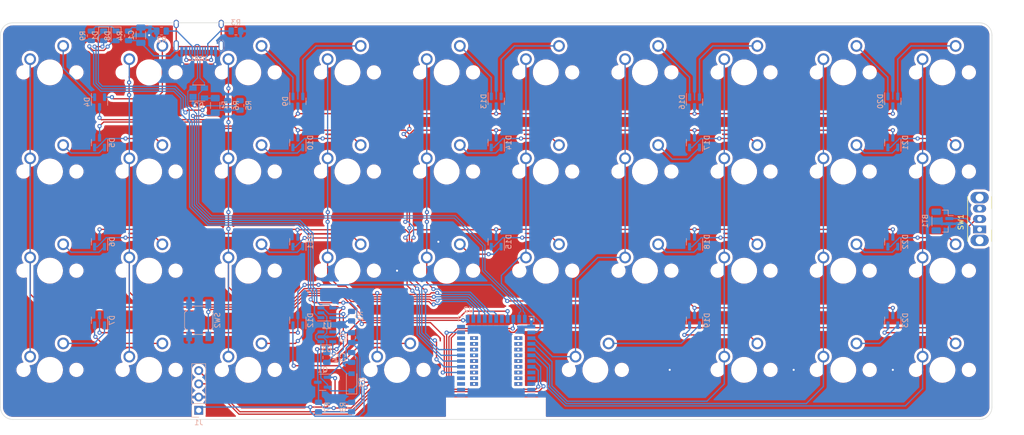
<source format=kicad_pcb>
(kicad_pcb (version 20211014) (generator pcbnew)
  (layers (0 "F.Cu" signal) (31 "B.Cu" signal) (34 "B.Paste" user) (35 "F.Paste" user) (36 "B.SilkS" user "B.Silkscreen") (37 "F.SilkS" user "F.Silkscreen") (38 "B.Mask" user) (39 "F.Mask" user) (44 "Edge.Cuts" user))
  (net 0 "")
  (net 1 "Net-(BT1-Pad1)")
  (net 2 "GND")
  (net 3 "Earth")
  (net 4 "VBAT")
  (net 5 "Net-(C3-Pad1)")
  (net 7 "Net-(D1-Pad1)")
  (net 8 "Net-(D1-Pad2)")
  (net 9 "D-")
  (net 10 "D+")
  (net 11 "Net-(D2-Pad4)")
  (net 12 "VBUS")
  (net 13 "Net-(D4-Pad1)")
  (net 14 "Net-(D4-Pad2)")
  (net 15 "R0")
  (net 16 "Net-(D5-Pad1)")
  (net 17 "Net-(D5-Pad2)")
  (net 18 "R1")
  (net 19 "Net-(D6-Pad1)")
  (net 20 "Net-(D6-Pad2)")
  (net 21 "R2")
  (net 22 "Net-(D7-Pad1)")
  (net 23 "Net-(D7-Pad2)")
  (net 24 "R3")
  (net 25 "Net-(D8-Pad1)")
  (net 26 "LED_1")
  (net 27 "Net-(D9-Pad1)")
  (net 28 "Net-(D9-Pad2)")
  (net 29 "Net-(D10-Pad1)")
  (net 30 "Net-(D10-Pad2)")
  (net 31 "Net-(D11-Pad1)")
  (net 32 "Net-(D11-Pad2)")
  (net 33 "Net-(D12-Pad1)")
  (net 34 "Net-(D12-Pad2)")
  (net 35 "Net-(D13-Pad1)")
  (net 36 "Net-(D13-Pad2)")
  (net 37 "Net-(D14-Pad1)")
  (net 38 "Net-(D14-Pad2)")
  (net 39 "Net-(D15-Pad1)")
  (net 40 "Net-(D15-Pad2)")
  (net 41 "Net-(D16-Pad1)")
  (net 42 "Net-(D16-Pad2)")
  (net 43 "Net-(D17-Pad1)")
  (net 44 "Net-(D17-Pad2)")
  (net 45 "Net-(D18-Pad1)")
  (net 46 "Net-(D18-Pad2)")
  (net 47 "Net-(D19-Pad1)")
  (net 48 "Net-(D19-Pad2)")
  (net 49 "Net-(D20-Pad1)")
  (net 50 "Net-(D20-Pad2)")
  (net 51 "Net-(D21-Pad1)")
  (net 52 "Net-(D21-Pad2)")
  (net 53 "Net-(D22-Pad1)")
  (net 54 "Net-(D22-Pad2)")
  (net 55 "Net-(D23-Pad1)")
  (net 56 "Net-(D23-Pad2)")
  (net 57 "SWC")
  (net 58 "SWD")
  (net 59 "C0")
  (net 60 "C1")
  (net 61 "C2")
  (net 62 "C3")
  (net 63 "C4")
  (net 64 "C5")
  (net 65 "C6")
  (net 66 "C7")
  (net 67 "C8")
  (net 68 "C9")
  (net 69 "Net-(R1-Pad2)")
  (net 70 "Net-(R2-Pad2)")
  (net 71 "Net-(R3-Pad2)")
  (net 72 "B_VOLT")
  (net 74 "RESET")
  (net 75 "VDD_NRF")
  (net 103 "RAW")
  (footprint "MX:MXOnly-1U-NoLED" (layer "F.Cu") (at 155.575 96.04375)
    (fp_text reference "MX22")
    (fp_text value "N")
  )
  (footprint "MX:MXOnly-1U-NoLED" (layer "F.Cu") (at 98.425 57.94375)
    (fp_text reference "MX9")
    (fp_text value "E")
  )
  (footprint "MX:MXOnly-1U-NoLED" (layer "F.Cu") (at 60.325 76.99375)
    (fp_text reference "MX2")
    (fp_text value "A")
  )
  (footprint "MX:MXOnly-1U-NoLED" (layer "F.Cu") (at 117.475 96.04375)
    (fp_text reference "MX15")
    (fp_text value "V")
  )
  (footprint "MX:MXOnly-1U-NoLED" (layer "F.Cu") (at 60.325 115.09375)
    (fp_text reference "MX4")
    (fp_text value "Ctrl")
  )
  (footprint "MX:MXOnly-1U-NoLED" (layer "F.Cu") (at 231.775 115.09375)
    (fp_text reference "MX38")
    (fp_text value "Ctrl")
  )
  (footprint "MX:MXOnly-1U-NoLED" (layer "F.Cu") (at 79.375 115.09375)
    (fp_text reference "MX8")
    (fp_text value "Mod")
  )
  (footprint "MX:MXOnly-1U-NoLED" (layer "F.Cu") (at 117.475 76.99375)
    (fp_text reference "MX14")
    (fp_text value "F")
  )
  (footprint "Button_Switch_THT:SW_CuK_OS102011MA1QN1_SPDT_Angled" (layer "F.Cu") (at 238.91875 88.10625 90)
    (fp_text reference "SW1")
    (fp_text value "SPDT")
  )
  (footprint "MX:MXOnly-1U-NoLED" (layer "F.Cu") (at 212.725 96.04375)
    (fp_text reference "MX33")
    (fp_text value "Comma")
  )
  (footprint "MX:MXOnly-1U-NoLED" (layer "F.Cu") (at 193.675 76.99375)
    (fp_text reference "MX28")
    (fp_text value "K")
  )
  (footprint "MX:MXOnly-1U-NoLED" (layer "F.Cu") (at 174.625 96.04375)
    (fp_text reference "MX25")
    (fp_text value "M")
  )
  (footprint "MX:MXOnly-1U-NoLED" (layer "F.Cu") (at 136.525 96.04375)
    (fp_text reference "MX19")
    (fp_text value "B")
  )
  (footprint "MX:MXOnly-1U-NoLED" (layer "F.Cu") (at 79.375 76.99375)
    (fp_text reference "MX6")
    (fp_text value "S")
  )
  (footprint "MX:MXOnly-1U-NoLED" (layer "F.Cu") (at 117.475 57.94375)
    (fp_text reference "MX13")
    (fp_text value "R")
  )
  (footprint "MX:MXOnly-1U-NoLED" (layer "F.Cu") (at 60.325 57.94375)
    (fp_text reference "MX1")
    (fp_text value "Q")
  )
  (footprint "MX:MXOnly-1U-NoLED" (layer "F.Cu") (at 98.425 96.04375)
    (fp_text reference "MX11")
    (fp_text value "C")
  )
  (footprint "MX:MXOnly-1U-NoLED" (layer "F.Cu") (at 79.375 96.04375)
    (fp_text reference "MX7")
    (fp_text value "X")
  )
  (footprint "MX:MXOnly-1U-NoLED" (layer "F.Cu") (at 193.675 115.09375)
    (fp_text reference "MX30")
    (fp_text value "Alt")
  )
  (footprint "MX:MXOnly-1U-NoLED" (layer "F.Cu") (at 155.575 57.94375)
    (fp_text reference "MX20")
    (fp_text value "Y")
  )
  (footprint "MX:MXOnly-1U-NoLED" (layer "F.Cu") (at 193.675 96.04375)
    (fp_text reference "MX29")
    (fp_text value "Dot")
  )
  (footprint "MX:MXOnly-1U-NoLED" (layer "F.Cu") (at 136.525 76.99375)
    (fp_text reference "MX18")
    (fp_text value "G")
  )
  (footprint "MX:MXOnly-1U-NoLED" (layer "F.Cu") (at 174.625 57.94375)
    (fp_text reference "MX23")
    (fp_text value "U")
  )
  (footprint "MX:MXOnly-1U-NoLED" (layer "F.Cu") (at 174.625 76.99375)
    (fp_text reference "MX24")
    (fp_text value "J")
  )
  (footprint "MX:MXOnly-1U-NoLED" (layer "F.Cu") (at 79.375 57.94375)
    (fp_text reference "MX5")
    (fp_text value "W")
  )
  (footprint "MX:MXOnly-1U-NoLED" (layer "F.Cu") (at 136.525 57.94375)
    (fp_text reference "MX17")
    (fp_text value "T")
  )
  (footprint "MX:MXOnly-1U-NoLED" (layer "F.Cu") (at 231.775 96.04375)
    (fp_text reference "MX37")
    (fp_text value "Shift")
  )
  (footprint "MX:MXOnly-1U-NoLED" (layer "F.Cu") (at 98.425 115.09375)
    (fp_text reference "MX12")
    (fp_text value "Alt")
  )
  (footprint "MX:MXOnly-1U-NoLED" (layer "F.Cu") (at 212.725 57.94375)
    (fp_text reference "MX31")
    (fp_text value "O")
  )
  (footprint "MX:MXOnly-1U-NoLED" (layer "F.Cu") (at 98.425 76.99375)
    (fp_text reference "MX10")
    (fp_text value "D")
  )
  (footprint "MX:MXOnly-1U-NoLED" (layer "F.Cu") (at 165.1 115.09375)
    (fp_text reference "MX26")
    (fp_text value "Rspc (2u)")
  )
  (footprint "MX:MXOnly-1U-NoLED" (layer "F.Cu") (at 155.575 76.99375)
    (fp_text reference "MX21")
    (fp_text value "H")
  )
  (footprint "MX:MXOnly-1U-NoLED" (layer "F.Cu") (at 127 115.09375)
    (fp_text reference "MX16")
    (fp_text value "LSpc (2u)")
  )
  (footprint "MX:MXOnly-1U-NoLED" (layer "F.Cu") (at 193.675 57.94375)
    (fp_text reference "MX27")
    (fp_text value "I")
  )
  (footprint "MX:MXOnly-1U-NoLED" (layer "F.Cu") (at 212.725 76.99375)
    (fp_text reference "MX32")
    (fp_text value "L")
  )
  (footprint "MX:MXOnly-1U-NoLED" (layer "F.Cu") (at 60.325 96.04375)
    (fp_text reference "MX3")
    (fp_text value "Z")
  )
  (footprint "MX:MXOnly-1U-NoLED" (layer "F.Cu") (at 212.725 115.09375)
    (fp_text reference "MX34")
    (fp_text value "Mod")
  )
  (footprint "MX:MXOnly-1U-NoLED" (layer "F.Cu") (at 231.775 57.94375)
    (fp_text reference "MX35")
    (fp_text value "P")
  )
  (footprint "MX:MXOnly-1U-NoLED" (layer "F.Cu") (at 231.775 76.99375)
    (fp_text reference "MX36")
    (fp_text value "Enter")
  )
  (footprint "Resistor_SMD:R_0805_2012Metric" (layer "B.Cu") (at 118.26875 122.2375 -90)
    (fp_text reference "R8")
    (fp_text value "2M")
  )
  (footprint "Capacitor_SMD:C_1206_3216Metric" (layer "B.Cu") (at 77.7875 50.8 -90)
    (fp_text reference "C1")
    (fp_text value "4.7n")
  )
  (footprint "Package_TO_SOT_SMD:SOT-23" (layer "B.Cu") (at 184.15 63.64375 -90)
    (fp_text reference "D16")
    (fp_text value "BAV70")
  )
  (footprint "Resistor_SMD:R_0805_2012Metric" (layer "B.Cu") (at 68.2625 50.91875 -90)
    (fp_text reference "R9")
    (fp_text value "1k")
  )
  (footprint "Package_TO_SOT_SMD:SOT-23" (layer "B.Cu") (at 222.25 63.5 -90)
    (fp_text reference "D20")
    (fp_text value "BAV70")
  )
  (footprint "Package_TO_SOT_SMD:SOT-23" (layer "B.Cu") (at 222.25 105.56875 90)
    (fp_text reference "D23")
    (fp_text value "BAV70")
  )
  (footprint "Package_TO_SOT_SMD:SOT-23" (layer "B.Cu") (at 184.15 105.56875 90)
    (fp_text reference "D19")
    (fp_text value "BAV70")
  )
  (footprint "Capacitor_SMD:C_0805_2012Metric" (layer "B.Cu") (at 118.26875 108.9 -90)
    (fp_text reference "C2")
    (fp_text value "4.7uF")
  )
  (footprint "Diode_SMD:D_SOD-123" (layer "B.Cu") (at 118.26875 117.475 90)
    (fp_text reference "D3")
    (fp_text value "1N5819")
  )
  (footprint "Package_TO_SOT_SMD:SOT-143" (layer "B.Cu") (at 88.9 61.9125)
    (fp_text reference "D2")
    (fp_text value "SR05")
  )
  (footprint "Fuse:Fuse_1206_3216Metric" (layer "B.Cu") (at 92.075 64.29375 90)
    (fp_text reference "F1")
    (fp_text value "500ma")
  )
  (footprint "Resistor_SMD:R_0805_2012Metric" (layer "B.Cu") (at 111.91875 122.2375 90)
    (fp_text reference "R7")
    (fp_text value "806k")
  )
  (footprint "Package_TO_SOT_SMD:SOT-23" (layer "B.Cu") (at 107.95 90.4875 90)
    (fp_text reference "D11")
    (fp_text value "BAV70")
  )
  (footprint "Capacitor_SMD:C_0805_2012Metric" (layer "B.Cu") (at 113.50625 112.7125 90)
    (fp_text reference "C4")
    (fp_text value "1uF")
  )
  (footprint "Package_TO_SOT_SMD:SOT-23" (layer "B.Cu") (at 69.85 105.56875 90)
    (fp_text reference "D7")
    (fp_text value "BAV70")
  )
  (footprint "Package_TO_SOT_SMD:SOT-23" (layer "B.Cu") (at 69.85 71.4375 90)
    (fp_text reference "D5")
    (fp_text value "BAV70")
  )
  (footprint "Resistor_SMD:R_0805_2012Metric" (layer "B.Cu") (at 118.26875 104.775 90)
    (fp_text reference "R1")
    (fp_text value "10k")
  )
  (footprint "Bluetooth_Keyboard:nRF52840_holyiot_18010" (layer "B.Cu") (at 146.05 114.3)
    (fp_text reference "U2")
    (fp_text value "nRF52840_holyiot_18010")
  )
  (footprint "Resistor_SMD:R_0805_2012Metric" (layer "B.Cu") (at 75.40625 50.91875 -90)
    (fp_text reference "R4")
    (fp_text value "1M")
  )
  (footprint "Diode_SMD:D_0805_2012Metric" (layer "B.Cu") (at 70.64375 50.91875 -90)
    (fp_text reference "D1")
    (fp_text value "POWERLED")
  )
  (footprint "Package_TO_SOT_SMD:SOT-23" (layer "B.Cu") (at 69.85 63.64375 -90)
    (fp_text reference "D4")
    (fp_text value "BAV70")
  )
  (footprint "Package_TO_SOT_SMD:SOT-23" (layer "B.Cu") (at 222.25 71.4375 90)
    (fp_text reference "D21")
    (fp_text value "BAV70")
  )
  (footprint "Connector_JST:JST_SH_BM02B-SRSS-TB_1x02-1MP_P1.00mm_Vertical" (layer "B.Cu") (at 231.775 86.51875 -90)
    (fp_text reference "BT1")
    (fp_text value "Battery")
  )
  (footprint "Package_TO_SOT_SMD:SOT-23" (layer "B.Cu") (at 107.95 71.4375 90)
    (fp_text reference "D10")
    (fp_text value "BAV70")
  )
  (footprint "Package_TO_SOT_SMD:SOT-23" (layer "B.Cu") (at 146.05 90.4875 90)
    (fp_text reference "D15")
    (fp_text value "BAV70")
  )
  (footprint "Keebio_Components:HRO-TYPE-C-31-M-12-Assembly" (layer "B.Cu") (at 88.9 46.0375)
    (fp_text reference "USB1")
    (fp_text value "HRO-TYPE-C-31-M-12")
  )
  (footprint "Package_TO_SOT_SMD:SOT-23" (layer "B.Cu") (at 69.85 90.4875 90)
    (fp_text reference "D6")
    (fp_text value "BAV70")
  )
  (footprint "Package_TO_SOT_SMD:SOT-23" (layer "B.Cu") (at 107.95 63.5 -90)
    (fp_text reference "D9")
    (fp_text value "BAV70")
  )
  (footprint "Package_TO_SOT_SMD:SOT-23" (layer "B.Cu") (at 146.05 63.5 -90)
    (fp_text reference "D13")
    (fp_text value "BAV70")
  )
  (footprint "Capacitor_SMD:C_0805_2012Metric" (layer "B.Cu") (at 118.26875 112.7125 -90)
    (fp_text reference "C3")
    (fp_text value "1uF")
  )
  (footprint "Button_Switch_SMD:SW_SPST_SKQG_WithStem" (layer "B.Cu") (at 88.9 105.56875 90)
    (fp_text reference "SW2")
    (fp_text value "RST")
  )
  (footprint "Package_TO_SOT_SMD:SOT-23" (layer "B.Cu") (at 184.15 71.4375 90)
    (fp_text reference "D17")
    (fp_text value "BAV70")
  )
  (footprint "Package_TO_SOT_SMD:SOT-23-5" (layer "B.Cu") (at 113.50625 108.74375)
    (fp_text reference "U3")
    (fp_text value "AP2112K-3.3")
  )
  (footprint "Package_TO_SOT_SMD:SOT-23" (layer "B.Cu") (at 107.95 105.56875 90)
    (fp_text reference "D12")
    (fp_text value "BAV70")
  )
  (footprint "Diode_SMD:D_0805_2012Metric" (layer "B.Cu") (at 73.025 50.91875 -90)
    (fp_text reference "D8")
    (fp_text value "LED")
  )
  (footprint "Package_TO_SOT_SMD:SOT-23" (layer "B.Cu") (at 112.7125 117.475 180)
    (fp_text reference "Q1")
    (fp_text value "AO3401A")
  )
  (footprint "Package_TO_SOT_SMD:SOT-23" (layer "B.Cu") (at 184.15 90.4875 90)
    (fp_text reference "D18")
    (fp_text value "BAV70")
  )
  (footprint "Resistor_SMD:R_0805_2012Metric" (layer "B.Cu") (at 81.75625 50.00625)
    (fp_text reference "R2")
    (fp_text value "5.1k")
  )
  (footprint "Package_TO_SOT_SMD:SOT-23" (layer "B.Cu") (at 222.25 90.4875 90)
    (fp_text reference "D22")
    (fp_text value "BAV70")
  )
  (footprint "Resistor_SMD:R_0805_2012Metric" (layer "B.Cu") (at 96.04375 50.00625 180)
    (fp_text reference "R3")
    (fp_text value "5.1k")
  )
  (footprint "Package_TO_SOT_SMD:SOT-23-5" (layer "B.Cu") (at 113.50625 104.1375)
    (fp_text reference "U1")
    (fp_text value "TP4054")
  )
  (footprint "Connector_PinHeader_2.54mm:PinHeader_1x04_P2.54mm_Vertical" (layer "B.Cu") (at 88.9 122.8625)
    (fp_text reference "J1")
    (fp_text value "SWD")
  )
  (footprint "Resistor_SMD:R_0805_2012Metric" (layer "B.Cu") (at 94.45625 64.29375 90)
    (fp_text reference "R6")
    (fp_text value "10k")
  )
  (footprint "Resistor_SMD:R_0805_2012Metric" (layer "B.Cu") (at 96.8375 64.29375 90)
    (fp_text reference "R5")
    (fp_text value "1k")
  )
  (footprint "Package_TO_SOT_SMD:SOT-23" (layer "B.Cu") (at 146.05 71.4375 90)
    (fp_text reference "D14")
    (fp_text value "BAV70")
  )
  (gr_arc (start 241.3 122.2375) (mid 240.602548 123.921298) (end 238.91875 124.61875) (layer "Edge.Cuts") (width 0.1))
  (gr_arc (start 50.8 50.8) (mid 51.497452 49.116202) (end 53.18125 48.41875) (layer "Edge.Cuts") (width 0.1))
  (gr_line (start 50.8 50.8) (end 50.8 122.2375) (layer "Edge.Cuts") (width 0.1))
  (gr_arc (start 238.91875 48.41875) (mid 240.602548 49.116202) (end 241.3 50.8) (layer "Edge.Cuts") (width 0.1))
  (gr_line (start 241.3 122.2375) (end 241.3 50.8) (layer "Edge.Cuts") (width 0.1))
  (gr_line (start 238.91875 48.41875) (end 53.18125 48.41875) (layer "Edge.Cuts") (width 0.1))
  (gr_line (start 53.18125 124.61875) (end 238.91875 124.61875) (layer "Edge.Cuts") (width 0.1))
  (gr_arc (start 53.18125 124.61875) (mid 51.497452 123.921298) (end 50.8 122.2375) (layer "Edge.Cuts") (width 0.1))
  (segment (start 238.91875 88.10625) (end 238.41875 88.10625) (width 0.25) (layer "B.Cu") (net 1))
  (segment (start 238.41875 88.10625) (end 236.33125 86.01875) (width 0.25) (layer "B.Cu") (net 1))
  (segment (start 236.33125 86.01875) (end 233.1 86.01875) (width 0.25) (layer "B.Cu") (net 1))
  (segment (start 92.075 56.35625) (end 85.725 56.35625) (width 0.25) (layer "F.Cu") (net 2))
  (via (at 92.075 56.35625) (size 0.8) (drill 0.4) (layers "F.Cu" "B.Cu") (net 2))
  (via (at 88.10625 64.29375) (size 0.8) (drill 0.4) (layers "F.Cu" "B.Cu") (net 2))
  (via (at 79.375 50.8) (size 0.8) (drill 0.4) (layers "F.Cu" "B.Cu") (net 2))
  (via (at 134.9375 90.4875) (size 0.8) (drill 0.4) (layers "F.Cu" "B.Cu") (net 2))
  (via (at 222.25 115.09375) (size 0.8) (drill 0.4) (layers "F.Cu" "B.Cu") (net 2))
  (via (at 127 96.04375) (size 0.8) (drill 0.4) (layers "F.Cu" "B.Cu") (net 2))
  (via (at 85.725 56.35625) (size 0.8) (drill 0.4) (layers "F.Cu" "B.Cu") (net 2))
  (via (at 179.3875 115.09375) (size 0.8) (drill 0.4) (layers "F.Cu" "B.Cu") (net 2))
  (via (at 152.81 105.4) (size 0.8) (drill 0.4) (layers "F.Cu" "B.Cu") (net 2))
  (via (at 203.2 115.09375) (size 0.8) (drill 0.4) (layers "F.Cu" "B.Cu") (net 2))
  (segment (start 85.725 56.35625) (end 85.675 56.30625) (width 0.25) (layer "B.Cu") (net 2))
  (segment (start 117.21923 112.61298) (end 117.21923 110.89952) (width 0.25) (layer "B.Cu") (net 2))
  (segment (start 113.50625 104.891428) (end 112.752322 104.1375) (width 0.25) (layer "B.Cu") (net 2))
  (segment (start 92.125 53.7325) (end 92.125 56.30625) (width 0.25) (layer "B.Cu") (net 2))
  (segment (start 117.35625 105.6875) (end 118.26875 105.6875) (width 0.25) (layer "B.Cu") (net 2))
  (segment (start 118.26875 109.85) (end 119.31827 108.80048) (width 0.25) (layer "B.Cu") (net 2))
  (segment (start 112.36875 108.74375) (end 112.752322 108.74375) (width 0.25) (layer "B.Cu") (net 2))
  (segment (start 92.125 56.30625) (end 92.075 56.35625) (width 0.25) (layer "B.Cu") (net 2))
  (segment (start 119.76779 119.82596) (end 119.76779 111.34904) (width 0.25) (layer "B.Cu") (net 2))
  (segment (start 112.36875 108.74375) (end 115.027322 108.74375) (width 0.25) (layer "B.Cu") (net 2))
  (segment (start 80.84375 50.00625) (end 80.16875 50.00625) (width 0.25) (layer "B.Cu") (net 2))
  (segment (start 112.752322 104.1375) (end 112.36875 104.1375) (width 0.25) (layer "B.Cu") (net 2))
  (segment (start 152.8 105.41) (end 152.81 105.4) (width 0.25) (layer "B.Cu") (net 2))
  (segment (start 152.8 106.8) (end 152.8 105.41) (width 0.25) (layer "B.Cu") (net 2))
  (segment (start 118.26875 113.6625) (end 117.21923 112.61298) (width 0.25) (layer "B.Cu") (net 2))
  (segment (start 76.0875 49.325) (end 77.7875 49.325) (width 0.25) (layer "B.Cu") (net 2))
  (segment (start 115.8875 107.15625) (end 117.35625 105.6875) (width 0.25) (layer "B.Cu") (net 2))
  (segment (start 80.84375 50.00625) (end 80.1625 49.325) (width 0.25) (layer "B.Cu") (net 2))
  (segment (start 113.50625 111.7625) (end 113.50625 109.497678) (width 0.25) (layer "B.Cu") (net 2))
  (segment (start 87.8 63.9875) (end 88.10625 64.29375) (width 0.25) (layer "B.Cu") (net 2))
  (segment (start 85.675 56.30625) (end 85.675 53.7325) (width 0.25) (layer "B.Cu") (net 2))
  (segment (start 119.76779 111.34904) (end 118.26875 109.85) (width 0.25) (layer "B.Cu") (net 2))
  (segment (start 115.8875 107.883572) (end 115.8875 107.15625) (width 0.25) (layer "B.Cu") (net 2))
  (segment (start 112.752322 108.74375) (end 113.50625 107.989822) (width 0.25) (layer "B.Cu") (net 2))
  (segment (start 75.40625 50.00625) (end 76.0875 49.325) (width 0.25) (layer "B.Cu") (net 2))
  (segment (start 80.1625 49.325) (end 77.7875 49.325) (width 0.25) (layer "B.Cu") (net 2))
  (segment (start 117.21923 110.89952) (end 118.26875 109.85) (width 0.25) (layer "B.Cu") (net 2))
  (segment (start 87.05 102.46875) (end 87.05 108.66875) (width 0.25) (layer "B.Cu") (net 2))
  (segment (start 119.31827 108.80048) (end 119.31827 106.73702) (width 0.25) (layer "B.Cu") (net 2))
  (segment (start 113.50625 109.497678) (end 112.752322 108.74375) (width 0.25) (layer "B.Cu") (net 2))
  (segment (start 87.8 62.6825) (end 87.8 63.9875) (width 0.25) (layer "B.Cu") (net 2))
  (segment (start 119.31827 106.73702) (end 118.26875 105.6875) (width 0.25) (layer "B.Cu") (net 2))
  (segment (start 113.50625 107.989822) (end 113.50625 104.891428) (width 0.25) (layer "B.Cu") (net 2))
  (segment (start 118.26875 121.325) (end 119.76779 119.82596) (width 0.25) (layer "B.Cu") (net 2))
  (segment (start 115.027322 108.74375) (end 115.8875 107.883572) (width 0.25) (layer "B.Cu") (net 2))
  (segment (start 80.16875 50.00625) (end 79.375 50.8) (width 0.25) (layer "B.Cu") (net 2))
  (segment (start 84.749521 52.987021) (end 93.050479 52.987021) (width 0.25) (layer "F.Cu") (net 3))
  (segment (start 84.58 52.8175) (end 84.749521 52.987021) (width 0.25) (layer "F.Cu") (net 3))
  (segment (start 84.58 48.6375) (end 84.58 52.8175) (width 0.25) (layer "F.Cu") (net 3))
  (segment (start 93.22 52.8175) (end 93.22 48.6375) (width 0.25) (layer "F.Cu") (net 3))
  (segment (start 93.050479 52.987021) (end 93.22 52.8175) (width 0.25) (layer "F.Cu") (net 3))
  (segment (start 75.40625 51.83125) (end 77.34375 51.83125) (width 0.25) (layer "B.Cu") (net 3))
  (segment (start 80.28125 54.76875) (end 83.34375 54.76875) (width 0.25) (layer "B.Cu") (net 3))
  (segment (start 83.34375 54.76875) (end 84.58 53.5325) (width 0.25) (layer "B.Cu") (net 3))
  (segment (start 77.7875 52.275) (end 80.28125 54.76875) (width 0.25) (layer "B.Cu") (net 3))
  (segment (start 77.34375 51.83125) (end 77.7875 52.275) (width 0.25) (layer "B.Cu") (net 3))
  (segment (start 84.58 53.5325) (end 84.58 52.8175) (width 0.25) (layer "B.Cu") (net 3))
  (segment (start 128.166146 119.167789) (end 128.959895 118.37404) (width 0.25) (layer "F.Cu") (net 4))
  (segment (start 150.4 107) (end 232.2 107) (width 0.25) (layer "F.Cu") (net 4))
  (segment (start 238.269728 86.10625) (end 238.91875 86.10625) (width 0.25) (layer "F.Cu") (net 4))
  (segment (start 128.959895 118.37404) (end 136.103644 118.37404) (width 0.25) (layer "F.Cu") (net 4))
  (segment (start 234.9 93.9) (end 236.4 92.4) (width 0.25) (layer "F.Cu") (net 4))
  (segment (start 148.6 107.60577) (end 148.874991 107.880761) (width 0.25) (layer "F.Cu") (net 4))
  (segment (start 150 107.405864) (end 150 107.4) (width 0.25) (layer "F.Cu") (net 4))
  (segment (start 114.827962 122.4255) (end 118.18604 122.4255) (width 0.25) (layer "F.Cu") (net 4))
  (segment (start 111.64425 111.125) (end 115.36825 111.125) (width 0.25) (layer "F.Cu") (net 4))
  (segment (start 234.9 104.3) (end 234.9 93.9) (width 0.25) (layer "F.Cu") (net 4))
  (segment (start 236.4 87.975978) (end 238.269728 86.10625) (width 0.25) (layer "F.Cu") (net 4))
  (segment (start 236.4 92.4) (end 236.4 87.975978) (width 0.25) (layer "F.Cu") (net 4))
  (segment (start 122.2375 118.37404) (end 125.040106 118.37404) (width 0.25) (layer "F.Cu") (net 4))
  (segment (start 137.42404 117.053644) (end 137.42404 108.929948) (width 0.25) (layer "F.Cu") (net 4))
  (segment (start 232.2 107) (end 234.9 104.3) (width 0.25) (layer "F.Cu") (net 4))
  (segment (start 149.525103 107.880761) (end 150 107.405864) (width 0.25) (layer "F.Cu") (net 4))
  (segment (start 136.103644 118.37404) (end 137.42404 117.053644) (width 0.25) (layer "F.Cu") (net 4))
  (segment (start 148.874991 107.880761) (end 149.525103 107.880761) (width 0.25) (layer "F.Cu") (net 4))
  (segment (start 150 107.4) (end 150.4 107) (width 0.25) (layer "F.Cu") (net 4))
  (segment (start 138.748218 107.60577) (end 148.6 107.60577) (width 0.25) (layer "F.Cu") (net 4))
  (segment (start 116.68125 104.363) (end 116.68125 107.95) (width 0.25) (layer "F.Cu") (net 4))
  (segment (start 137.42404 108.929948) (end 138.748218 107.60577) (width 0.25) (layer "F.Cu") (net 4))
  (segment (start 118.18604 122.4255) (end 122.2375 118.37404) (width 0.25) (layer "F.Cu") (net 4))
  (segment (start 125.833856 119.16779) (end 128.166146 119.167789) (width 0.25) (layer "F.Cu") (net 4))
  (segment (start 125.040106 118.37404) (end 125.833856 119.16779) (width 0.25) (layer "F.Cu") (net 4))
  (via (at 111.64425 111.125) (size 0.8) (drill 0.4) (layers "F.Cu" "B.Cu") (net 4))
  (via (at 116.68125 104.363) (size 0.8) (drill 0.4) (layers "F.Cu" "B.Cu") (net 4))
  (via (at 115.36825 111.125) (size 0.8) (drill 0.4) (layers "F.Cu" "B.Cu") (net 4))
  (via (at 114.827962 122.4255) (size 0.8) (drill 0.4) (layers "F.Cu" "B.Cu") (net 4))
  (via (at 116.68125 107.95) (size 0.8) (drill 0.4) (layers "F.Cu" "B.Cu") (net 4))
  (segment (start 113.927822 104.363) (end 116.68125 104.363) (width 0.25) (layer "B.Cu") (net 4))
  (segment (start 115.8875 108.74375) (end 116.68125 107.95) (width 0.25) (layer "B.Cu") (net 4))
  (segment (start 112.36875 103.1875) (end 112.752322 103.1875) (width 0.25) (layer "B.Cu") (net 4))
  (segment (start 113.01925 122.4255) (end 114.827962 122.4255) (width 0.25) (layer "B.Cu") (net 4))
  (segment (start 111.91875 121.325) (end 113.01925 122.4255) (width 0.25) (layer "B.Cu") (net 4))
  (segment (start 115.36825 111.125) (end 115.8875 110.60575) (width 0.25) (layer "B.Cu") (net 4))
  (segment (start 111.775 117.475) (end 111.91875 117.61875) (width 0.25) (layer "B.Cu") (net 4))
  (segment (start 111.775 111.25575) (end 111.64425 111.125) (width 0.25) (layer "B.Cu") (net 4))
  (segment (start 112.752322 103.1875) (end 113.927822 104.363) (width 0.25) (layer "B.Cu") (net 4))
  (segment (start 111.775 117.475) (end 111.775 111.25575) (width 0.25) (layer "B.Cu") (net 4))
  (segment (start 116.68125 107.95) (end 118.26875 107.95) (width 0.25) (layer "B.Cu") (net 4))
  (segment (start 115.8875 110.60575) (end 115.8875 108.74375) (width 0.25) (layer "B.Cu") (net 4))
  (segment (start 111.91875 117.61875) (end 111.91875 121.325) (width 0.25) (layer "B.Cu") (net 4))
  (segment (start 118.26875 119.125) (end 119.31827 118.07548) (width 0.25) (layer "B.Cu") (net 5))
  (segment (start 114.35 119.125) (end 118.26875 119.125) (width 0.25) (layer "B.Cu") (net 5))
  (segment (start 119.31827 112.81202) (end 118.26875 111.7625) (width 0.25) (layer "B.Cu") (net 5))
  (segment (start 111.38173 108.397198) (end 111.38173 109.090302) (width 0.25) (layer "B.Cu") (net 5))
  (segment (start 111.985178 107.79375) (end 111.38173 108.397198) (width 0.25) (layer "B.Cu") (net 5))
  (segment (start 112.36875 109.69375) (end 112.36875 116.652322) (width 0.25) (layer "B.Cu") (net 5))
  (segment (start 111.985178 109.69375) (end 112.36875 109.69375) (width 0.25) (layer "B.Cu") (net 5))
  (segment (start 119.31827 118.07548) (end 119.31827 112.81202) (width 0.25) (layer "B.Cu") (net 5))
  (segment (start 112.36875 107.79375) (end 111.985178 107.79375) (width 0.25) (layer "B.Cu") (net 5))
  (segment (start 112.36875 116.652322) (end 113.65 117.933572) (width 0.25) (layer "B.Cu") (net 5))
  (segment (start 113.65 118.425) (end 114.35 119.125) (width 0.25) (layer "B.Cu") (net 5))
  (segment (start 113.65 117.933572) (end 113.65 118.425) (width 0.25) (layer "B.Cu") (net 5))
  (segment (start 111.38173 109.090302) (end 111.985178 109.69375) (width 0.25) (layer "B.Cu") (net 5))
  (segment (start 90.826011 86.82404) (end 108.188322 86.82404) (width 0.25) (layer "B.Cu") (net 7))
  (segment (start 86.37597 62.57597) (end 86.37597 64.37597) (width 0.25) (layer "B.Cu") (net 7))
  (segment (start 87.076469 66.876469) (end 87.626441 67.426441) (width 0.25) (layer "B.Cu") (net 7))
  (segment (start 84.4 60.6) (end 86.37597 62.57597) (width 0.25) (layer "B.Cu") (net 7))
  (segment (start 69.61923 59.81923) (end 70.4 60.6) (width 0.25) (layer "B.Cu") (net 7))
  (segment (start 69.61923 51.00577) (end 69.61923 59.81923) (width 0.25) (layer "B.Cu") (net 7))
  (segment (start 111.125 100.0125) (end 111.125 104.227322) (width 0.25) (layer "B.Cu") (net 7))
  (segment (start 111.985178 105.0875) (end 112.36875 105.0875) (width 0.25) (layer "B.Cu") (net 7))
  (segment (start 110.424589 89.060307) (end 110.424589 99.312089) (width 0.25) (layer "B.Cu") (net 7))
  (segment (start 110.424589 99.312089) (end 111.125 100.0125) (width 0.25) (layer "B.Cu") (net 7))
  (segment (start 111.125 104.227322) (end 111.985178 105.0875) (width 0.25) (layer "B.Cu") (net 7))
  (segment (start 87.076469 65.076469) (end 87.076469 66.876469) (width 0.25) (layer "B.Cu") (net 7))
  (segment (start 86.37597 64.37597) (end 87.076469 65.076469) (width 0.25) (layer "B.Cu") (net 7))
  (segment (start 70.64375 49.98125) (end 69.61923 51.00577) (width 0.25) (layer "B.Cu") (net 7))
  (segment (start 70.4 60.6) (end 84.4 60.6) (width 0.25) (layer "B.Cu") (net 7))
  (segment (start 87.626441 67.426441) (end 87.626441 83.62447) (width 0.25) (layer "B.Cu") (net 7))
  (segment (start 108.188322 86.82404) (end 110.424589 89.060307) (width 0.25) (layer "B.Cu") (net 7))
  (segment (start 87.626441 83.62447) (end 90.826011 86.82404) (width 0.25) (layer "B.Cu") (net 7))
  (segment (start 68.89473 53) (end 70.4 53) (width 0.25) (layer "F.Cu") (net 8))
  (segment (start 89.60019 65.200498) (end 86.800784 65.200498) (width 0.25) (layer "F.Cu") (net 8))
  (segment (start 86.800784 65.200498) (end 86.351969 65.649313) (width 0.25) (layer "F.Cu") (net 8))
  (via (at 86.351969 65.649313) (size 0.8) (drill 0.4) (layers "F.Cu" "B.Cu") (net 8))
  (via (at 89.60019 65.200498) (size 0.8) (drill 0.4) (layers "F.Cu" "B.Cu") (net 8))
  (via (at 70.4 53) (size 0.8) (drill 0.4) (layers "F.Cu" "B.Cu") (net 8))
  (via (at 68.89473 53) (size 0.8) (drill 0.4) (layers "F.Cu" "B.Cu") (net 8))
  (segment (start 70.64375 51.85625) (end 70.64375 52.75625) (width 0.25) (layer "B.Cu") (net 8))
  (segment (start 96.8375 63.38125) (end 95.84952 64.36923) (width 0.25) (layer "B.Cu") (net 8))
  (segment (start 70.64375 52.75625) (end 70.4 53) (width 0.25) (layer "B.Cu") (net 8))
  (segment (start 70.282142 61.117859) (end 69.16971 60.005427) (width 0.25) (layer "B.Cu") (net 8))
  (segment (start 86.351969 65.649313) (end 85.92645 65.223794) (width 0.25) (layer "B.Cu") (net 8))
  (segment (start 69.16971 53.27498) (end 68.89473 53) (width 0.25) (layer "B.Cu") (net 8))
  (segment (start 85.92645 62.762168) (end 84.282141 61.117859) (width 0.25) (layer "B.Cu") (net 8))
  (segment (start 90.431458 64.36923) (end 89.60019 65.200498) (width 0.25) (layer "B.Cu") (net 8))
  (segment (start 85.92645 65.223794) (end 85.92645 62.762168) (width 0.25) (layer "B.Cu") (net 8))
  (segment (start 84.282141 61.117859) (end 70.282142 61.117859) (width 0.25) (layer "B.Cu") (net 8))
  (segment (start 69.16971 60.005427) (end 69.16971 53.27498) (width 0.25) (layer "B.Cu") (net 8))
  (segment (start 95.84952 64.36923) (end 90.431458 64.36923) (width 0.25) (layer "B.Cu") (net 8))
  (segment (start 86.800489 64.181259) (end 88.50048 65.88125) (width 0.2) (layer "B.Cu") (net 9))
  (segment (start 88.50048 65.88125) (end 88.50048 83.26243) (width 0.2) (layer "B.Cu") (net 9))
  (segment (start 88.675 55.247506) (end 88.15 54.722506) (width 0.2) (layer "B.Cu") (net 9))
  (segment (start 88.675 59.037499) (end 88.675 55.247506) (width 0.2) (layer "B.Cu") (net 9))
  (segment (start 89.15 52.95) (end 88.8 52.6) (width 0.2) (layer "B.Cu") (net 9))
  (segment (start 143.44375 96.13695) (end 150.775 103.4682) (width 0.2) (layer "B.Cu") (net 9))
  (segment (start 86.800489 61.630761) (end 86.800489 64.181259) (width 0.2) (layer "B.Cu") (net 9))
  (segment (start 150.775 103.831999) (end 150.45 104.156999) (width 0.2) (layer "B.Cu") (net 9))
  (segment (start 87.8 59.912499) (end 88.675 59.037499) (width 0.2) (layer "B.Cu") (net 9))
  (segment (start 87.46875 60.9625) (end 86.800489 61.630761) (width 0.2) (layer "B.Cu") (net 9))
  (segment (start 143.44375 91.37445) (end 143.44375 96.13695) (width 0.2) (layer "B.Cu") (net 9))
  (segment (start 89.15 53.7325) (end 89.15 52.95) (width 0.2) (layer "B.Cu") (net 9))
  (segment (start 138.0193 85.95) (end 143.44375 91.37445) (width 0.2) (layer "B.Cu") (net 9))
  (segment (start 88.4 52.6) (end 88.15 52.85) (width 0.2) (layer "B.Cu") (net 9))
  (segment (start 88.15 54.722506) (end 88.15 53.7325) (width 0.2) (layer "B.Cu") (net 9))
  (segment (start 88.15 52.85) (end 88.15 53.7325) (width 0.2) (layer "B.Cu") (net 9))
  (segment (start 87.8 60.9625) (end 87.8 59.912499) (width 0.2) (layer "B.Cu") (net 9))
  (segment (start 88.50048 83.26243) (end 91.18805 85.95) (width 0.2) (layer "B.Cu") (net 9))
  (segment (start 91.18805 85.95) (end 138.0193 85.95) (width 0.2) (layer "B.Cu") (net 9))
  (segment (start 150.775 103.4682) (end 150.775 103.831999) (width 0.2) (layer "B.Cu") (net 9))
  (segment (start 87.8 60.9625) (end 87.46875 60.9625) (width 0.2) (layer "B.Cu") (net 9))
  (segment (start 150.45 104.156999) (end 150.45 105.3) (width 0.2) (layer "B.Cu") (net 9))
  (segment (start 88.8 52.6) (end 88.4 52.6) (width 0.2) (layer "B.Cu") (net 9))
  (segment (start 151.225 103.831999) (end 151.55 104.156999) (width 0.2) (layer "B.Cu") (net 10))
  (segment (start 90 59.912499) (end 89.125 59.037499) (width 0.2) (layer "B.Cu") (net 10))
  (segment (start 88.9 83.02555) (end 91.37445 85.5) (width 0.2) (layer "B.Cu") (net 10))
  (segment (start 151.225 103.2818) (end 151.225 103.831999) (width 0.2) (layer "B.Cu") (net 10))
  (segment (start 90 60.9625) (end 90 59.912499) (width 0.2) (layer "B.Cu") (net 10))
  (segment (start 88.65 54.6575) (end 88.9925 55) (width 0.2) (layer "B.Cu") (net 10))
  (segment (start 89.125 59.037499) (end 89.125 55.175) (width 0.2) (layer "B.Cu") (net 10))
  (segment (start 89.65 54.65) (end 89.65 53.7325) (width 0.2) (layer "B.Cu") (net 10))
  (segment (start 143.89375 95.95055) (end 151.225 103.2818) (width 0.2) (layer "B.Cu") (net 10))
  (segment (start 91.37445 85.5) (end 138.2057 85.5) (width 0.2) (layer "B.Cu") (net 10))
  (segment (start 88.9 62.0625) (end 88.9 83.02555) (width 0.2) (layer "B.Cu") (net 10))
  (segment (start 88.65 53.7325) (end 88.65 54.6575) (width 0.2) (layer "B.Cu") (net 10))
  (segment (start 89.125 55.175) (end 89.65 54.65) (width 0.2) (layer "B.Cu") (net 10))
  (segment (start 143.89375 91.18805) (end 143.89375 95.95055) (width 0.2) (layer "B.Cu") (net 10))
  (segment (start 90 60.9625) (end 88.9 62.0625) (width 0.2) (layer "B.Cu") (net 10))
  (segment (start 138.2057 85.5) (end 143.89375 91.18805) (width 0.2) (layer "B.Cu") (net 10))
  (segment (start 151.55 104.156999) (end 151.55 105.3) (width 0.2) (layer "B.Cu") (net 10))
  (segment (start 89.3 55) (end 89.65 54.65) (width 0.2) (layer "B.Cu") (net 10))
  (segment (start 88.9925 55) (end 89.3 55) (width 0.2) (layer "B.Cu") (net 10))
  (segment (start 92.075 62.89375) (end 90.03125 62.89375) (width 0.25) (layer "B.Cu") (net 11))
  (segment (start 90.03125 62.89375) (end 90 62.8625) (width 0.25) (layer "B.Cu") (net 11))
  (segment (start 126.020053 118.71827) (end 127.979948 118.71827) (width 0.25) (layer "F.Cu") (net 12))
  (segment (start 115.956739 103.912011) (end 115.956739 108.250103) (width 0.25) (layer "F.Cu") (net 12))
  (segment (start 115.09375 116.68125) (end 115.09375 120.65) (width 0.25) (layer "F.Cu") (net 12))
  (segment (start 115.956739 108.250103) (end 116.668687 108.962051) (width 0.25) (layer "F.Cu") (net 12))
  (segment (start 135.917447 117.92452) (end 136.97452 116.867447) (width 0.25) (layer "F.Cu") (net 12))
  (segment (start 138.56202 107.15625) (end 149.225 107.15625) (width 0.25) (layer "F.Cu") (net 12))
  (segment (start 116.68125 103.1875) (end 115.956739 103.912011) (width 0.25) (layer "F.Cu") (net 12))
  (segment (start 116.668687 108.962051) (end 116.693798 108.962051) (width 0.25) (layer "F.Cu") (net 12))
  (segment (start 127.979948 118.71827) (end 128.773697 117.92452) (width 0.25) (layer "F.Cu") (net 12))
  (segment (start 120.94181 118.521702) (end 121.538992 117.92452) (width 0.25) (layer "F.Cu") (net 12))
  (segment (start 89.493731 66.305769) (end 89.5995 66.2) (width 0.25) (layer "F.Cu") (net 12))
  (segment (start 115.09375 120.65) (end 113.50625 122.2375) (width 0.25) (layer "F.Cu") (net 12))
  (segment (start 121.538992 117.92452) (end 125.226302 117.92452) (width 0.25) (layer "F.Cu") (net 12))
  (segment (start 125.226302 117.92452) (end 126.020053 118.71827) (width 0.25) (layer "F.Cu") (net 12))
  (segment (start 87.80098 66.305769) (end 89.493731 66.305769) (width 0.25) (layer "F.Cu") (net 12))
  (segment (start 113.50625 122.2375) (end 110.33125 122.2375) (width 0.25) (layer "F.Cu") (net 12))
  (segment (start 136.97452 116.867447) (end 136.97452 108.74375) (width 0.25) (layer "F.Cu") (net 12))
  (segment (start 136.97452 108.74375) (end 138.56202 107.15625) (width 0.25) (layer "F.Cu") (net 12))
  (segment (start 128.773697 117.92452) (end 135.917447 117.92452) (width 0.25) (layer "F.Cu") (net 12))
  (via (at 116.68125 103.1875) (size 0.8) (drill 0.4) (layers "F.Cu" "B.Cu") (net 12))
  (via (at 89.5995 66.2) (size 0.8) (drill 0.4) (layers "F.Cu" "B.Cu") (net 12))
  (via (at 110.33125 122.2375) (size 0.8) (drill 0.4) (layers "F.Cu" "B.Cu") (net 12))
  (via (at 87.80098 66.305769) (size 0.8) (drill 0.4) (layers "F.Cu" "B.Cu") (net 12))
  (via (at 116.693798 108.962051) (size 0.8) (drill 0.4) (layers "F.Cu" "B.Cu") (net 12))
  (via (at 149.225 107.15625) (size 0.8) (drill 0.4) (layers "F.Cu" "B.Cu") (net 12))
  (via (at 115.09375 116.68125) (size 0.8) (drill 0.4) (layers "F.Cu" "B.Cu") (net 12))
  (via (at 120.94181 118.521702) (size 0.8) (drill 0.4) (layers "F.Cu" "B.Cu") (net 12))
  (segment (start 113.6625 116.525) (end 113.65 116.525) (width 0.25) (layer "B.Cu") (net 12))
  (segment (start 88.075961 66.58075) (end 87.80098 66.305769) (width 0.25) (layer "B.Cu") (net 12))
  (segment (start 94.45625 65.20625) (end 96.8375 65.20625) (width 0.25) (layer "B.Cu") (net 12))
  (segment (start 112.1775 102.56298) (end 111.57452 101.96) (width 0.25) (layer "B.Cu") (net 12))
  (segment (start 114.35 115.825) (end 113.65 116.525) (width 0.25) (layer "B.Cu") (net 12))
  (segment (start 120.66683 123.01442) (end 120.66683 118.796682) (width 0.25) (layer "B.Cu") (net 12))
  (segment (start 113.65 116.525) (end 114.9375 116.525) (width 0.25) (layer "B.Cu") (net 12))
  (segment (start 111.230777 123.98702) (end 119.69423 123.98702) (width 0.25) (layer "B.Cu") (net 12))
  (segment (start 92.5625 65.20625) (end 94.45625 65.20625) (width 0.25) (layer "B.Cu") (net 12))
  (segment (start 89.525 122.2375) (end 88.9 122.8625) (width 0.25) (layer "B.Cu") (net 12))
  (segment (start 119.69423 123.98702) (end 120.66683 123.01442) (width 0.25) (layer "B.Cu") (net 12))
  (segment (start 149.35 105.3) (end 149.35 107.03125) (width 0.25) (layer "B.Cu") (net 12))
  (segment (start 88.075961 83.438273) (end 88.075961 66.58075) (width 0.25) (layer "B.Cu") (net 12))
  (segment (start 110.33125 122.2375) (end 89.525 122.2375) (width 0.25) (layer "B.Cu") (net 12))
  (segment (start 111.57452 99.826303) (end 110.874109 99.125891) (width 0.25) (layer "B.Cu") (net 12))
  (segment (start 111.57452 101.96) (end 111.57452 99.826303) (width 0.25) (layer "B.Cu") (net 12))
  (segment (start 116.693798 108.962051) (end 116.693798 111.112452) (width 0.25) (layer "B.Cu") (net 12))
  (segment (start 120.66683 118.796682) (end 120.94181 118.521702) (width 0.25) (layer "B.Cu") (net 12))
  (segment (start 114.64375 103.1875) (end 114.01923 102.56298) (width 0.25) (layer "B.Cu") (net 12))
  (segment (start 118.26875 115.825) (end 117.4125 115.825) (width 0.25) (layer "B.Cu") (net 12))
  (segment (start 108.37452 86.37452) (end 91.012207 86.374519) (width 0.25) (layer "B.Cu") (net 12))
  (segment (start 149.35 107.03125) (end 149.225 107.15625) (width 0.25) (layer "B.Cu") (net 12))
  (segment (start 91.56875 66.2) (end 92.075 65.69375) (width 0.25) (layer "B.Cu") (net 12))
  (segment (start 114.64375 103.1875) (end 116.68125 103.1875) (width 0.25) (layer "B.Cu") (net 12))
  (segment (start 110.874109 88.874109) (end 108.37452 86.37452) (width 0.25) (layer "B.Cu") (net 12))
  (segment (start 114.01923 102.56298) (end 112.1775 102.56298) (width 0.25) (layer "B.Cu") (net 12))
  (segment (start 114.9375 116.525) (end 115.09375 116.68125) (width 0.25) (layer "B.Cu") (net 12))
  (segment (start 110.874109 99.125891) (end 110.874109 88.874109) (width 0.25) (layer "B.Cu") (net 12))
  (segment (start 89.5995 66.2) (end 91.56875 66.2) (width 0.25) (layer "B.Cu") (net 12))
  (segment (start 115.8875 114.3) (end 113.6625 116.525) (width 0.25) (layer "B.Cu") (net 12))
  (segment (start 91.012207 86.374519) (end 88.075961 83.438273) (width 0.25) (layer "B.Cu") (net 12))
  (segment (start 115.8875 111.91875) (end 115.8875 114.3) (width 0.25) (layer "B.Cu") (net 12))
  (segment (start 116.693798 111.112452) (end 115.8875 111.91875) (width 0.25) (layer "B.Cu") (net 12))
  (segment (start 110.33125 123.087493) (end 111.230777 123.98702) (width 0.25) (layer "B.Cu") (net 12))
  (segment (start 110.33125 122.2375) (end 110.33125 123.087493) (width 0.25) (layer "B.Cu") (net 12))
  (segment (start 117.4125 115.825) (end 115.8875 114.3) (width 0.25) (layer "B.Cu") (net 12))
  (segment (start 92.075 65.69375) (end 92.5625 65.20625) (width 0.25) (layer "B.Cu") (net 12))
  (segment (start 62.865 57.170841) (end 68.400409 62.70625) (width 0.25) (layer "B.Cu") (net 13))
  (segment (start 68.400409 62.70625) (end 68.9 62.70625) (width 0.25) (layer "B.Cu") (net 13))
  (segment (start 62.865 52.86375) (end 62.865 57.170841) (width 0.25) (layer "B.Cu") (net 13))
  (segment (start 81.915 61.75375) (end 80.9625 62.70625) (width 0.25) (layer "F.Cu") (net 14))
  (segment (start 72.54139 63.01639) (end 72.23125 62.70625) (width 0.25) (layer "F.Cu") (net 14))
  (segment (start 80.9625 62.70625) (end 80.65236 63.01639) (width 0.25) (layer "F.Cu") (net 14))
  (segment (start 81.915 52.86375) (end 81.915 61.75375) (width 0.25) (layer "F.Cu") (net 14))
  (segment (start 80.65236 63.01639) (end 72.54139 63.01639) (width 0.25) (layer "F.Cu") (net 14))
  (via (at 72.23125 62.70625) (size 0.8) (drill 0.4) (layers "F.Cu" "B.Cu") (net 14))
  (segment (start 72.23125 62.70625) (end 70.8 62.70625) (width 0.25) (layer "B.Cu") (net 14))
  (segment (start 96.04375 68.2625) (end 93.6625 68.2625) (width 0.25) (layer "F.Cu") (net 15))
  (segment (start 129.83077 90.03798) (end 130.175 89.69375) (width 0.25) (layer "F.Cu") (net 15))
  (segment (start 128.93173 70.442839) (end 128.269641 69.78075) (width 0.25) (layer "F.Cu") (net 15))
  (segment (start 132.42973 99.88598) (end 129.83077 97.28702) (width 0.25) (layer "F.Cu") (net 15))
  (segment (start 128.93173 84.1375) (end 128.93173 70.442839) (width 0.25) (layer "F.Cu") (net 15))
  (segment (start 222.25 65.88125) (end 184.15 65.88125) (width 0.25) (layer "F.Cu") (net 15))
  (segment (start 129.381249 68.825401) (end 129.38125 66.675) (width 0.25) (layer "F.Cu") (net 15))
  (segment (start 134.583234 109.746136) (end 134.259174 109.422076) (width 0.25) (layer "F.Cu") (net 15))
  (segment (start 130.175 65.88125) (end 129.38125 66.675) (width 0.25) (layer "F.Cu") (net 15))
  (segment (start 128.5875 86.6495) (end 128.93173 86.30527) (width 0.25) (layer "F.Cu") (net 15))
  (segment (start 93.6625 68.2625) (end 92.43028 67.03028) (width 0.25) (layer "F.Cu") (net 15))
  (segment (start 70.20528 67.03028) (end 69.85 66.675) (width 0.25) (layer "F.Cu") (net 15))
  (segment (start 107.95 65.88125) (end 128.5875 65.88125) (width 0.25) (layer "F.Cu") (net 15))
  (segment (start 128.5875 65.88125) (end 129.38125 66.675) (width 0.25) (layer "F.Cu") (net 15))
  (segment (start 107.95 65.88125) (end 106.625822 67.205428) (width 0.25) (layer "F.Cu") (net 15))
  (segment (start 106.625822 67.205428) (end 97.100822 67.205428) (width 0.25) (layer "F.Cu") (net 15))
  (segment (start 97.100822 67.205428) (end 96.04375 68.2625) (width 0.25) (layer "F.Cu") (net 15))
  (segment (start 92.43028 67.03028) (end 70.20528 67.03028) (width 0.25) (layer "F.Cu") (net 15))
  (segment (start 129.83077 97.28702) (end 129.83077 90.03798) (width 0.25) (layer "F.Cu") (net 15))
  (segment (start 132.487 99.88598) (end 132.42973 99.88598) (width 0.25) (layer "F.Cu") (net 15))
  (segment (start 128.93173 86.30527) (end 128.93173 84.1375) (width 0.25) (layer "F.Cu") (net 15))
  (segment (start 134.583234 113.066766) (end 134.583234 109.746136) (width 0.25) (layer "F.Cu") (net 15))
  (segment (start 184.15 65.88125) (end 146.05 65.88125) (width 0.25) (layer "F.Cu") (net 15))
  (segment (start 146.05 65.88125) (end 130.175 65.88125) (width 0.25) (layer "F.Cu") (net 15))
  (via (at 146.05 65.88125) (size 0.8) (drill 0.4) (layers "F.Cu" "B.Cu") (net 15))
  (via (at 222.25 65.88125) (size 0.8) (drill 0.4) (layers "F.Cu" "B.Cu") (net 15))
  (via (at 107.95 65.88125) (size 0.8) (drill 0.4) (layers "F.Cu" "B.Cu") (net 15))
  (via (at 130.175 89.69375) (size 0.8) (drill 0.4) (layers "F.Cu" "B.Cu") (net 15))
  (via (at 134.259174 109.422076) (size 0.8) (drill 0.4) (layers "F.Cu" "B.Cu") (net 15))
  (via (at 128.5875 86.6495) (size 0.8) (drill 0.4) (layers "F.Cu" "B.Cu") (net 15))
  (via (at 69.85 66.675) (size 0.8) (drill 0.4) (layers "F.Cu" "B.Cu") (net 15))
  (via (at 184.15 65.88125) (size 0.8) (drill 0.4) (layers "F.Cu" "B.Cu") (net 15))
  (via (at 134.583234 113.066766) (size 0.8) (drill 0.4) (layers "F.Cu" "B.Cu") (net 15))
  (via (at 128.269641 69.78075) (size 0.8) (drill 0.4) (layers "F.Cu" "B.Cu") (net 15))
  (via (at 132.487 99.88598) (size 0.8) (drill 0.4) (layers "F.Cu" "B.Cu") (net 15))
  (via (at 129.381249 68.825401) (size 0.8) (drill 0.4) (layers "F.Cu" "B.Cu") (net 15))
  (segment (start 107.95 65.88125) (end 107.95 64.4375) (width 0.25) (layer "B.Cu") (net 15))
  (segment (start 132.487 108.038782) (end 132.487 99.88598) (width 0.25) (layer "B.Cu") (net 15))
  (segment (start 130.175 89.69375) (end 130.175 87.644538) (width 0.25) (layer "B.Cu") (net 15))
  (segment (start 129.179962 86.6495) (end 128.5875 86.6495) (width 0.25) (layer "B.Cu") (net 15))
  (segment (start 128.269641 69.78075) (end 128.4259 69.78075) (width 0.25) (layer "B.Cu") (net 15))
  (segment (start 69.85 64.58125) (end 69.85 66.675) (width 0.25) (layer "B.Cu") (net 15))
  (segment (start 133.870294 109.422076) (end 132.874109 108.425891) (width 0.25) (layer "B.Cu") (net 15))
  (segment (start 139.3 114.5) (end 136.016468 114.5) (width 0.25) (layer "B.Cu") (net 15))
  (segment (start 222.25 64.4375) (end 222.25 65.88125) (width 0.25) (layer "B.Cu") (net 15))
  (segment (start 134.259174 109.422076) (end 133.870294 109.422076) (width 0.25) (layer "B.Cu") (net 15))
  (segment (start 130.175 87.644538) (end 129.179962 86.6495) (width 0.25) (layer "B.Cu") (net 15))
  (segment (start 146.05 64.4375) (end 146.05 65.88125) (width 0.25) (layer "B.Cu") (net 15))
  (segment (start 128.4259 69.78075) (end 129.381249 68.825401) (width 0.25) (layer "B.Cu") (net 15))
  (segment (start 136.016468 114.5) (end 134.583234 113.066766) (width 0.25) (layer "B.Cu") (net 15))
  (segment (start 132.874109 108.425891) (end 132.487 108.038782) (width 0.25) (layer "B.Cu") (net 15))
  (segment (start 184.15 65.88125) (end 184.15 64.58125) (width 0.25) (layer "B.Cu") (net 15))
  (segment (start 69.73798 73.43702) (end 64.38827 73.43702) (width 0.25) (layer "B.Cu") (net 16))
  (segment (start 64.38827 73.43702) (end 62.865 71.91375) (width 0.25) (layer "B.Cu") (net 16))
  (segment (start 70.8 72.375) (end 69.73798 73.43702) (width 0.25) (layer "B.Cu") (net 16))
  (segment (start 80.645 70.64375) (end 81.915 71.91375) (width 0.25) (layer "F.Cu") (net 17))
  (segment (start 74.8405 70.64375) (end 80.645 70.64375) (width 0.25) (layer "F.Cu") (net 17))
  (via (at 74.8405 70.64375) (size 0.8) (drill 0.4) (layers "F.Cu" "B.Cu") (net 17))
  (segment (start 68.9 72.375) (end 69.391428 72.375) (width 0.25) (layer "B.Cu") (net 17))
  (segment (start 69.391428 72.375) (end 71.122678 70.64375) (width 0.25) (layer "B.Cu") (net 17))
  (segment (start 71.122678 70.64375) (end 74.8405 70.64375) (width 0.25) (layer "B.Cu") (net 17))
  (segment (start 106.548698 67.654948) (end 107.95 69.05625) (width 0.25) (layer "F.Cu") (net 18))
  (segment (start 96.229948 68.71202) (end 97.28702 67.654948) (width 0.25) (layer "F.Cu") (net 18))
  (segment (start 70.6327 67.4798) (end 92.244082 67.4798) (width 0.25) (layer "F.Cu") (net 18))
  (segment (start 128.93173 90.038623) (end 128.93173 98.879854) (width 0.25) (layer "F.Cu") (net 18))
  (segment (start 129.38125 69.85) (end 128.5875 69.05625) (width 0.25) (layer "F.Cu") (net 18))
  (segment (start 129.38125 69.85) (end 130.175 69.05625) (width 0.25) (layer "F.Cu") (net 18))
  (segment (start 93.476303 68.71202) (end 96.229948 68.71202) (width 0.25) (layer "F.Cu") (net 18))
  (segment (start 146.05 69.05625) (end 184.15 69.05625) (width 0.25) (layer "F.Cu") (net 18))
  (segment (start 128.5875 89.694393) (end 128.93173 90.038623) (width 0.25) (layer "F.Cu") (net 18))
  (segment (start 69.85 68.2625) (end 70.6327 67.4798) (width 0.25) (layer "F.Cu") (net 18))
  (segment (start 184.15 69.05625) (end 222.25 69.05625) (width 0.25) (layer "F.Cu") (net 18))
  (segment (start 129.38125 87.875402) (end 129.38125 69.85) (width 0.25) (layer "F.Cu") (net 18))
  (segment (start 128.5875 69.05625) (end 107.95 69.05625) (width 0.25) (layer "F.Cu") (net 18))
  (segment (start 92.244082 67.4798) (end 93.476303 68.71202) (width 0.25) (layer "F.Cu") (net 18))
  (segment (start 128.93173 98.879854) (end 129.937856 99.88598) (width 0.25) (layer "F.Cu") (net 18))
  (segment (start 97.28702 67.654948) (end 106.548698 67.654948) (width 0.25) (layer "F.Cu") (net 18))
  (segment (start 146.05 69.05625) (end 130.175 69.05625) (width 0.25) (layer "F.Cu") (net 18))
  (via (at 222.25 69.05625) (size 0.8) (drill 0.4) (layers "F.Cu" "B.Cu") (net 18))
  (via (at 129.937856 99.88598) (size 0.8) (drill 0.4) (layers "F.Cu" "B.Cu") (net 18))
  (via (at 146.05 69.05625) (size 0.8) (drill 0.4) (layers "F.Cu" "B.Cu") (net 18))
  (via (at 128.5875 89.694393) (size 0.8) (drill 0.4) (layers "F.Cu" "B.Cu") (net 18))
  (via (at 129.38125 87.875402) (size 0.8) (drill 0.4) (layers "F.Cu" "B.Cu") (net 18))
  (via (at 107.95 69.05625) (size 0.8) (drill 0.4) (layers "F.Cu" "B.Cu") (net 18))
  (via (at 69.85 68.2625) (size 0.8) (drill 0.4) (layers "F.Cu" "B.Cu") (net 18))
  (via (at 184.15 69.05625) (size 0.8) (drill 0.4) (layers "F.Cu" "B.Cu") (net 18))
  (segment (start 146.05 70.5) (end 146.05 69.05625) (width 0.25) (layer "B.Cu") (net 18))
  (segment (start 129.38125 87.875402) (end 129.38125 88.900643) (width 0.25) (layer "B.Cu") (net 18))
  (segment (start 107.95 69.05625) (end 107.95 70.5) (width 0.25) (layer "B.Cu") (net 18))
  (segment (start 131.920533 109.379467) (end 130.86346 108.322394) (width 0.25) (layer "B.Cu") (net 18))
  (segment (start 130.86346 100.811584) (end 129.937856 99.88598) (width 0.25) (layer "B.Cu") (net 18))
  (segment (start 184.15 69.05625) (end 184.15 70.5) (width 0.25) (layer "B.Cu") (net 18))
  (segment (start 130.86346 103.1875) (end 130.86346 100.811584) (width 0.25) (layer "B.Cu") (net 18))
  (segment (start 69.85 70.5) (end 69.85 68.2625) (width 0.25) (layer "B.Cu") (net 18))
  (segment (start 139.3 113.4) (end 135.941066 113.4) (width 0.25) (layer "B.Cu") (net 18))
  (segment (start 222.25 69.05625) (end 222.25 70.5) (width 0.25) (layer "B.Cu") (net 18))
  (segment (start 130.86346 108.322394) (end 130.86346 103.1875) (width 0.25) (layer "B.Cu") (net 18))
  (segment (start 135.941066 113.4) (end 131.920533 109.379467) (width 0.25) (layer "B.Cu") (net 18))
  (segment (start 129.38125 88.900643) (end 128.5875 89.694393) (width 0.25) (layer "B.Cu") (net 18))
  (segment (start 64.38827 92.48702) (end 62.865 90.96375) (width 0.25) (layer "B.Cu") (net 19))
  (segment (start 70.8 91.425) (end 69.73798 92.48702) (width 0.25) (layer "B.Cu") (net 19))
  (segment (start 69.73798 92.48702) (end 64.38827 92.48702) (width 0.25) (layer "B.Cu") (net 19))
  (segment (start 80.645 89.69375) (end 81.915 90.96375) (width 0.25) (layer "F.Cu") (net 20))
  (segment (start 74.8405 89.69375) (end 80.645 89.69375) (width 0.25) (layer "F.Cu") (net 20))
  (via (at 74.8405 89.69375) (size 0.8) (drill 0.4) (layers "F.Cu" "B.Cu") (net 20))
  (segment (start 71.122678 89.69375) (end 74.8405 89.69375) (width 0.25) (layer "B.Cu") (net 20))
  (segment (start 68.9 91.425) (end 69.391428 91.425) (width 0.25) (layer "B.Cu") (net 20))
  (segment (start 69.391428 91.425) (end 71.122678 89.69375) (width 0.25) (layer "B.Cu") (net 20))
  (segment (start 146.05 88.10625) (end 184.15 88.10625) (width 0.25) (layer "F.Cu") (net 21))
  (segment (start 107.810214 88.10625) (end 107.880107 88.176143) (width 0.25) (layer "F.Cu") (net 21))
  (segment (start 145.980107 88.176143) (end 146.05 88.10625) (width 0.25) (layer "F.Cu") (net 21))
  (segment (start 69.85 88.10625) (end 92.86875 88.10625) (width 0.25) (layer "F.Cu") (net 21))
  (segment (start 129.38125 88.9) (end 130.105107 88.176143) (width 0.25) (layer "F.Cu") (net 21))
  (segment (start 129.38125 98.012758) (end 129.38125 88.9) (width 0.25) (layer "F.Cu") (net 21))
  (segment (start 92.86875 88.10625) (end 93.6625 88.9) (width 0.25) (layer "F.Cu") (net 21))
  (segment (start 107.880107 88.176143) (end 128.657393 88.176143) (width 0.25) (layer "F.Cu") (net 21))
  (segment (start 130.853326 99.484834) (end 129.38125 98.012758) (width 0.25) (layer "F.Cu") (net 21))
  (segment (start 184.15 88.10625) (end 222.25 88.10625) (width 0.25) (layer "F.Cu") (net 21))
  (segment (start 129.38125 88.9) (end 128.657393 88.176143) (width 0.25) (layer "F.Cu") (net 21))
  (segment (start 95.25 88.9) (end 96.04375 88.10625) (width 0.25) (layer "F.Cu") (net 21))
  (segment (start 96.04375 88.10625) (end 107.810214 88.10625) (width 0.25) (layer "F.Cu") (net 21))
  (segment (start 130.105107 88.176143) (end 145.980107 88.176143) (width 0.25) (layer "F.Cu") (net 21))
  (segment (start 93.6625 88.9) (end 95.25 88.9) (width 0.25) (layer "F.Cu") (net 21))
  (via (at 130.853326 99.484834) (size 0.8) (drill 0.4) (layers "F.Cu" "B.Cu") (net 21))
  (via (at 222.25 88.10625) (size 0.8) (drill 0.4) (layers "F.Cu" "B.Cu") (net 21))
  (via (at 184.15 88.10625) (size 0.8) (drill 0.4) (layers "F.Cu" "B.Cu") (net 21))
  (via (at 69.85 88.10625) (size 0.8) (drill 0.4) (layers "F.Cu" "B.Cu") (net 21))
  (via (at 107.880107 88.176143) (size 0.8) (drill 0.4) (layers "F.Cu" "B.Cu") (net 21))
  (via (at 146.05 88.10625) (size 0.8) (drill 0.4) (layers "F.Cu" "B.Cu") (net 21))
  (segment (start 107.880107 89.480107) (end 107.95 89.55) (width 0.25) (layer "B.Cu") (net 21))
  (segment (start 131.31298 99.944488) (end 130.853326 99.484834) (width 0.25) (layer "B.Cu") (net 21))
  (segment (start 139.3 112.3) (end 135.476783 112.3) (width 0.25) (layer "B.Cu") (net 21))
  (segment (start 135.476783 112.3) (end 131.841516 108.664733) (width 0.25) (layer "B.Cu") (net 21))
  (segment (start 131.31298 108.136197) (end 131.31298 100.0125) (width 0.25) (layer "B.Cu") (net 21))
  (segment (start 107.880107 88.176143) (end 107.880107 89.480107) (width 0.25) (layer "B.Cu") (net 21))
  (segment (start 222.25 88.10625) (end 222.25 89.55) (width 0.25) (layer "B.Cu") (net 21))
  (segment (start 131.31298 100.0125) (end 131.31298 99.944488) (width 0.25) (layer "B.Cu") (net 21))
  (segment (start 69.85 89.55) (end 69.85 88.10625) (width 0.25) (layer "B.Cu") (net 21))
  (segment (start 131.841516 108.664733) (end 131.31298 108.136197) (width 0.25) (layer "B.Cu") (net 21))
  (segment (start 146.05 88.10625) (end 146.05 89.55) (width 0.25) (layer "B.Cu") (net 21))
  (segment (start 184.15 88.10625) (end 184.15 89.55) (width 0.25) (layer "B.Cu") (net 21))
  (segment (start 70.8 106.50625) (end 70.8 108.024614) (width 0.25) (layer "B.Cu") (net 22))
  (segment (start 68.810864 110.01375) (end 62.865 110.01375) (width 0.25) (layer "B.Cu") (net 22))
  (segment (start 70.8 108.024614) (end 68.810864 110.01375) (width 0.25) (layer "B.Cu") (net 22))
  (segment (start 70.32625 110.01375) (end 69.05625 108.74375) (width 0.25) (layer "F.Cu") (net 23))
  (segment (start 81.915 110.01375) (end 70.32625 110.01375) (width 0.25) (layer "F.Cu") (net 23))
  (via (at 69.05625 108.74375) (size 0.8) (drill 0.4) (layers "F.Cu" "B.Cu") (net 23))
  (segment (start 68.9 106.50625) (end 68.9 108.5875) (width 0.25) (layer "B.Cu") (net 23))
  (segment (start 68.9 108.5875) (end 69.05625 108.74375) (width 0.25) (layer "B.Cu") (net 23))
  (segment (start 148.174403 101.856847) (end 182.819347 101.856847) (width 0.25) (layer "F.Cu") (net 24))
  (segment (start 182.819347 101.856847) (end 184.15 103.1875) (width 0.25) (layer "F.Cu") (net 24))
  (segment (start 109.250569 98.760334) (end 111.91875 98.760334) (width 0.25) (layer "F.Cu") (net 24))
  (segment (start 222.25 103.1875) (end 184.15 103.1875) (width 0.25) (layer "F.Cu") (net 24))
  (segment (start 69.85 107.95) (end 107.95 107.95) (width 0.25) (layer "F.Cu") (net 24))
  (via (at 109.250569 98.760334) (size 0.8) (drill 0.4) (layers "F.Cu" "B.Cu") (net 24))
  (via (at 69.85 107.95) (size 0.8) (drill 0.4) (layers "F.Cu" "B.Cu") (net 24))
  (via (at 184.15 103.1875) (size 0.8) (drill 0.4) (layers "F.Cu" "B.Cu") (net 24))
  (via (at 148.174403 101.856847) (size 0.8) (drill 0.4) (layers "F.Cu" "B.Cu") (net 24))
  (via (at 222.25 103.1875) (size 0.8) (drill 0.4) (layers "F.Cu" "B.Cu") (net 24))
  (via (at 107.95 107.95) (size 0.8) (drill 0.4) (layers "F.Cu" "B.Cu") (net 24))
  (via (at 111.91875 98.760334) (size 0.8) (drill 0.4) (layers "F.Cu" "B.Cu") (net 24))
  (segment (start 69.85 104.63125) (end 69.85 107.95) (width 0.25) (layer "B.Cu") (net 24))
  (segment (start 131.7625 99.21875) (end 131.304084 98.760334) (width 0.25) (layer "B.Cu") (net 24))
  (segment (start 131.7625 107.95) (end 131.7625 99.21875) (width 0.25) (layer "B.Cu") (net 24))
  (segment (start 107.95 107.95) (end 107.95 104.63125) (width 0.25) (layer "B.Cu") (net 24))
  (segment (start 131.7625 99.21875) (end 132.220916 98.760334) (width 0.25) (layer "B.Cu") (net 24))
  (segment (start 222.25 104.63125) (end 222.25 103.1875) (width 0.25) (layer "B.Cu") (net 24))
  (segment (start 145.07789 98.760334) (end 148.174403 101.856847) (width 0.25) (layer "B.Cu") (net 24))
  (segment (start 107.95 100.060903) (end 109.250569 98.760334) (width 0.25) (layer "B.Cu") (net 24))
  (segment (start 107.95 104.63125) (end 107.95 100.060903) (width 0.25) (layer "B.Cu") (net 24))
  (segment (start 132.220916 98.760334) (end 145.07789 98.760334) (width 0.25) (layer "B.Cu") (net 24))
  (segment (start 184.15 103.1875) (end 184.15 104.63125) (width 0.25) (layer "B.Cu") (net 24))
  (segment (start 111.91875 98.760334) (end 131.304084 98.760334) (width 0.25) (layer "B.Cu") (net 24))
  (segment (start 135.0125 111.2) (end 131.7625 107.95) (width 0.25) (layer "B.Cu") (net 24))
  (segment (start 139.3 111.2) (end 135.0125 111.2) (width 0.25) (layer "B.Cu") (net 24))
  (segment (start 69.09952 49.16923) (end 72.21298 49.16923) (width 0.25) (layer "B.Cu") (net 25))
  (segment (start 68.2625 50.00625) (end 69.09952 49.16923) (width 0.25) (layer "B.Cu") (net 25))
  (segment (start 72.21298 49.16923) (end 73.025 49.98125) (width 0.25) (layer "B.Cu") (net 25))
  (segment (start 71.399503 53) (end 71.399503 53.025111) (width 0.25) (layer "F.Cu") (net 26))
  (segment (start 136.07548 111) (end 136.07548 108.67548) (width 0.25) (layer "F.Cu") (net 26))
  (segment (start 111.030592 102.187997) (end 110.4005 101.557905) (width 0.25) (layer "F.Cu") (net 26))
  (segment (start 136.07548 108.67548) (end 135.4 108) (width 0.25) (layer "F.Cu") (net 26))
  (segment (start 70.700103 53.724511) (end 68.57886 53.724511) (width 0.25) (layer "F.Cu") (net 26))
  (segment (start 67.89684 53.042491) (end 67.89684 52.94325) (width 0.25) (layer "F.Cu") (net 26))
  (segment (start 130.8 106.01827) (end 120.490644 106.01827) (width 0.25) (layer "F.Cu") (net 26))
  (segment (start 116.68125 102.187997) (end 111.030592 102.187997) (width 0.25) (layer "F.Cu") (net 26))
  (segment (start 135.8005 115.6) (end 136.07548 115.32502) (width 0.25) (layer "F.Cu") (net 26))
  (segment (start 71.399503 53.025111) (end 70.700103 53.724511) (width 0.25) (layer "F.Cu") (net 26))
  (segment (start 136.07548 115.32502) (end 136.07548 111) (width 0.25) (layer "F.Cu") (net 26))
  (segment (start 120.490644 106.01827) (end 120.215664 106.29325) (width 0.25) (layer "F.Cu") (net 26))
  (segment (start 133.41827 106.01827) (end 130.8 106.01827) (width 0.25) (layer "F.Cu") (net 26))
  (segment (start 68.57886 53.724511) (end 67.89684 53.042491) (width 0.25) (layer "F.Cu") (net 26))
  (segment (start 135.4 108) (end 133.41827 106.01827) (width 0.25) (layer "F.Cu") (net 26))
  (via (at 116.68125 102.187997) (size 0.8) (drill 0.4) (layers "F.Cu" "B.Cu") (net 26))
  (via (at 110.4005 101.557905) (size 0.8) (drill 0.4) (layers "F.Cu" "B.Cu") (net 26))
  (via (at 67.89684 52.94325) (size 0.8) (drill 0.4) (layers "F.Cu" "B.Cu") (net 26))
  (via (at 135.8005 115.6) (size 0.8) (drill 0.4) (layers "F.Cu" "B.Cu") (net 26))
  (via (at 120.215664 106.29325) (size 0.8) (drill 0.4) (layers "F.Cu" "B.Cu") (net 26))
  (via (at 71.399503 53) (size 0.8) (drill 0.4) (layers "F.Cu" "B.Cu") (net 26))
  (segment (start 119.29327 103.362027) (end 118.11924 102.187997) (width 0.25) (layer "B.Cu") (net 26))
  (segment (start 68.72019 60.191625) (end 68.72019 54.12019) (width 0.25) (layer "B.Cu") (net 26))
  (segment (start 110.4005 101.557905) (end 110.67548 101.282925) (width 0.25) (layer "B.Cu") (net 26))
  (segment (start 119.29327 105.00577) (end 119.29327 103.98125) (width 0.25) (layer "B.Cu") (net 26))
  (segment (start 87.176921 83.810667) (end 87.176921 67.612638) (width 0.25) (layer "B.Cu") (net 26))
  (segment (start 118.11924 102.187997) (end 116.68125 102.187997) (width 0.25) (layer "B.Cu") (net 26))
  (segment (start 120.215664 106.29325) (end 120.215664 105.928164) (width 0.25) (layer "B.Cu") (net 26))
  (segment (start 110.67548 101.282925) (end 110.67548 100.198697) (width 0.25) (layer "B.Cu") (net 26))
  (segment (start 109.975069 89.246505) (end 108.002124 87.27356) (width 0.25) (layer "B.Cu") (net 26))
  (segment (start 85.47693 62.948366) (end 84.095943 61.567379) (width 0.25) (layer "B.Cu") (net 26))
  (segment (start 90.639814 87.27356) (end 87.176921 83.810667) (width 0.25) (layer "B.Cu") (net 26))
  (segment (start 110.67548 100.198697) (end 109.975069 99.498286) (width 0.25) (layer "B.Cu") (net 26))
  (segment (start 119.29327 103.98125) (end 119.29327 103.362027) (width 0.25) (layer "B.Cu") (net 26))
  (segment (start 84.095943 61.567379) (end 70.095944 61.567379) (width 0.25) (layer "B.Cu") (net 26))
  (segment (start 67.89684 53.29684) (end 67.89684 52.94325) (width 0.25) (layer "B.Cu") (net 26))
  (segment (start 85.47693 65.912648) (end 85.47693 62.948366) (width 0.25) (layer "B.Cu") (net 26))
  (segment (start 70.095944 61.567379) (end 68.72019 60.191625) (width 0.25) (layer "B.Cu") (net 26))
  (segment (start 108.002124 87.27356) (end 90.639814 87.27356) (width 0.25) (layer "B.Cu") (net 26))
  (segment (start 109.975069 99.498286) (end 109.975069 89.246505) (width 0.25) (layer "B.Cu") (net 26))
  (segment (start 72.543253 51.85625) (end 71.399503 53) (width 0.25) (layer "B.Cu") (net 26))
  (segment (start 68.72019 54.12019) (end 67.89684 53.29684) (width 0.25) (layer "B.Cu") (net 26))
  (segment (start 120.215664 105.928164) (end 119.29327 105.00577) (width 0.25) (layer "B.Cu") (net 26))
  (segment (start 73.025 51.85625) (end 72.543253 51.85625) (width 0.25) (layer "B.Cu") (net 26))
  (segment (start 87.176921 67.612638) (end 85.47693 65.912648) (width 0.25) (layer "B.Cu") (net 26))
  (segment (start 139.3 115.6) (end 135.8005 115.6) (width 0.25) (layer "B.Cu") (net 26))
  (segment (start 100.965 52.86375) (end 107 58.89875) (width 0.25) (layer "B.Cu") (net 27))
  (segment (start 107 58.89875) (end 107 62.5625) (width 0.25) (layer "B.Cu") (net 27))
  (segment (start 120.015 52.86375) (end 111.4425 52.86375) (width 0.25) (layer "B.Cu") (net 28))
  (segment (start 108.9 55.40625) (end 108.9 62.5625) (width 0.25) (layer "B.Cu") (net 28))
  (segment (start 111.4425 52.86375) (end 108.9 55.40625) (width 0.25) (layer "B.Cu") (net 28))
  (segment (start 108.9 72.375) (end 107.83798 73.43702) (width 0.25) (layer "B.Cu") (net 29))
  (segment (start 102.48827 73.43702) (end 100.965 71.91375) (width 0.25) (layer "B.Cu") (net 29))
  (segment (start 107.83798 73.43702) (end 102.48827 73.43702) (width 0.25) (layer "B.Cu") (net 29))
  (segment (start 112.7125 70.64375) (end 118.745 70.64375) (width 0.25) (layer "F.Cu") (net 30))
  (segment (start 118.745 70.64375) (end 120.015 71.91375) (width 0.25) (layer "F.Cu") (net 30))
  (via (at 112.7125 70.64375) (size 0.8) (drill 0.4) (layers "F.Cu" "B.Cu") (net 30))
  (segment (start 107 72.375) (end 107.491428 72.375) (width 0.25) (layer "B.Cu") (net 30))
  (segment (start 107.491428 72.375) (end 109.222678 70.64375) (width 0.25) (layer "B.Cu") (net 30))
  (segment (start 109.222678 70.64375) (end 112.7125 70.64375) (width 0.25) (layer "B.Cu") (net 30))
  (segment (start 102.48827 92.48702) (end 100.965 90.96375) (width 0.25) (layer "B.Cu") (net 31))
  (segment (start 108.9 91.425) (end 107.83798 92.48702) (width 0.25) (layer "B.Cu") (net 31))
  (segment (start 107.83798 92.48702) (end 102.48827 92.48702) (width 0.25) (layer "B.Cu") (net 31))
  (segment (start 109.250569 89.757667) (end 118.808917 89.757667) (width 0.25) (layer "F.Cu") (net 32))
  (segment (start 118.808917 89.757667) (end 120.015 90.96375) (width 0.25) (layer "F.Cu") (net 32))
  (via (at 109.250569 89.757667) (size 0.8) (drill 0.4) (layers "F.Cu" "B.Cu") (net 32))
  (segment (start 109.158761 89.757667) (end 109.250569 89.757667) (width 0.25) (layer "B.Cu") (net 32))
  (segment (start 107 91.425) (end 107.491428 91.425) (width 0.25) (layer "B.Cu") (net 32))
  (segment (start 107.491428 91.425) (end 109.158761 89.757667) (width 0.25) (layer "B.Cu") (net 32))
  (segment (start 107.95 109.5375) (end 107.47375 110.01375) (width 0.25) (layer "F.Cu") (net 33))
  (segment (start 107.47375 110.01375) (end 100.965 110.01375) (width 0.25) (layer "F.Cu") (net 33))
  (via (at 107.95 109.5375) (size 0.8) (drill 0.4) (layers "F.Cu" "B.Cu") (net 33))
  (segment (start 108.9 106.50625) (end 108.9 108.5875) (width 0.25) (layer "B.Cu") (net 33))
  (segment (start 108.9 108.5875) (end 107.95 109.5375) (width 0.25) (layer "B.Cu") (net 33))
  (segment (start 107.15625 114.3) (end 115.8875 114.3) (width 0.25) (layer "F.Cu") (net 34))
  (segment (start 115.8875 114.3) (end 120.17375 110.01375) (width 0.25) (layer "F.Cu") (net 34))
  (segment (start 120.17375 110.01375) (end 129.54 110.01375) (width 0.25) (layer "F.Cu") (net 34))
  (via (at 107.15625 114.3) (size 0.8) (drill 0.4) (layers "F.Cu" "B.Cu") (net 34))
  (segment (start 107 106.50625) (end 107 114.14375) (width 0.25) (layer "B.Cu") (net 34))
  (segment (start 107 114.14375) (end 107.15625 114.3) (width 0.25) (layer "B.Cu") (net 34))
  (segment (start 139.065 52.86375) (end 145.1 58.89875) (width 0.25) (layer "B.Cu") (net 35))
  (segment (start 145.1 58.89875) (end 145.1 62.5625) (width 0.25) (layer "B.Cu") (net 35))
  (segment (start 149.5425 52.86375) (end 147 55.40625) (width 0.25) (layer "B.Cu") (net 36))
  (segment (start 147 55.40625) (end 147 62.5625) (width 0.25) (layer "B.Cu") (net 36))
  (segment (start 158.115 52.86375) (end 149.5425 52.86375) (width 0.25) (layer "B.Cu") (net 36))
  (segment (start 140.58827 73.43702) (end 139.065 71.91375) (width 0.25) (layer "B.Cu") (net 37))
  (segment (start 147 72.375) (end 145.93798 73.43702) (width 0.25) (layer "B.Cu") (net 37))
  (segment (start 145.93798 73.43702) (end 140.58827 73.43702) (width 0.25) (layer "B.Cu") (net 37))
  (segment (start 150.8125 70.64375) (end 156.845 70.64375) (width 0.25) (layer "F.Cu") (net 38))
  (segment (start 156.845 70.64375) (end 158.115 71.91375) (width 0.25) (layer "F.Cu") (net 38))
  (via (at 150.8125 70.64375) (size 0.8) (drill 0.4) (layers "F.Cu" "B.Cu") (net 38))
  (segment (start 145.591428 72.375) (end 147.322678 70.64375) (width 0.25) (layer "B.Cu") (net 38))
  (segment (start 147.322678 70.64375) (end 150.8125 70.64375) (width 0.25) (layer "B.Cu") (net 38))
  (segment (start 145.1 72.375) (end 145.591428 72.375) (width 0.25) (layer "B.Cu") (net 38))
  (segment (start 144.59325 92.86875) (end 140.97 92.86875) (width 0.25) (layer "F.Cu") (net 39))
  (segment (start 140.97 92.86875) (end 139.065 90.96375) (width 0.25) (layer "F.Cu") (net 39))
  (via (at 144.59325 92.86875) (size 0.8) (drill 0.4) (layers "F.Cu" "B.Cu") (net 39))
  (segment (start 147 91.425) (end 145.55625 92.86875) (width 0.25) (layer "B.Cu") (net 39))
  (segment (start 145.55625 92.86875) (end 144.59325 92.86875) (width 0.25) (layer "B.Cu") (net 39))
  (segment (start 156.845 89.69375) (end 158.115 90.96375) (width 0.25) (layer "F.Cu") (net 40))
  (segment (start 151.0405 89.69375) (end 156.845 89.69375) (width 0.25) (layer "F.Cu") (net 40))
  (via (at 151.0405 89.69375) (size 0.8) (drill 0.4) (layers "F.Cu" "B.Cu") (net 40))
  (segment (start 147.322678 89.69375) (end 151.0405 89.69375) (width 0.25) (layer "B.Cu") (net 40))
  (segment (start 145.1 91.425) (end 145.591428 91.425) (width 0.25) (layer "B.Cu") (net 40))
  (segment (start 145.591428 91.425) (end 147.322678 89.69375) (width 0.25) (layer "B.Cu") (net 40))
  (segment (start 177.165 52.86375) (end 183.2 58.89875) (width 0.25) (layer "B.Cu") (net 41))
  (segment (start 183.2 58.89875) (end 183.2 62.70625) (width 0.25) (layer "B.Cu") (net 41))
  (segment (start 187.6425 52.86375) (end 185.1 55.40625) (width 0.25) (layer "B.Cu") (net 42))
  (segment (start 185.1 55.40625) (end 185.1 62.70625) (width 0.25) (layer "B.Cu") (net 42))
  (segment (start 196.215 52.86375) (end 187.6425 52.86375) (width 0.25) (layer "B.Cu") (net 42))
  (segment (start 185.1 72.375) (end 182.8625 74.6125) (width 0.25) (layer "B.Cu") (net 43))
  (segment (start 182.8625 74.6125) (end 179.86375 74.6125) (width 0.25) (layer "B.Cu") (net 43))
  (segment (start 179.86375 74.6125) (end 177.165 71.91375) (width 0.25) (layer "B.Cu") (net 43))
  (segment (start 194.945 70.64375) (end 196.215 71.91375) (width 0.25) (layer "F.Cu") (net 44))
  (segment (start 195.73875 71.4375) (end 196.215 71.91375) (width 0.25) (layer "F.Cu") (net 44))
  (segment (start 188.9125 70.64375) (end 194.945 70.64375) (width 0.25) (layer "F.Cu") (net 44))
  (via (at 188.9125 70.64375) (size 0.8) (drill 0.4) (layers "F.Cu" "B.Cu") (net 44))
  (segment (start 183.2 72.375) (end 183.683572 72.375) (width 0.25) (layer "B.Cu") (net 44))
  (segment (start 183.683572 72.375) (end 185.414822 70.64375) (width 0.25) (layer "B.Cu") (net 44))
  (segment (start 183.2 72.375) (end 183.691428 72.375) (width 0.25) (layer "B.Cu") (net 44))
  (segment (start 185.414822 70.64375) (end 188.9125 70.64375) (width 0.25) (layer "B.Cu") (net 44))
  (segment (start 184.03798 92.48702) (end 178.68827 92.48702) (width 0.25) (layer "B.Cu") (net 45))
  (segment (start 178.68827 92.48702) (end 177.165 90.96375) (width 0.25) (layer "B.Cu") (net 45))
  (segment (start 185.1 91.425) (end 184.03798 92.48702) (width 0.25) (layer "B.Cu") (net 45))
  (segment (start 194.945 89.69375) (end 196.215 90.96375) (width 0.25) (layer "F.Cu") (net 46))
  (segment (start 189.1405 89.69375) (end 194.945 89.69375) (width 0.25) (layer "F.Cu") (net 46))
  (via (at 189.1405 89.69375) (size 0.8) (drill 0.4) (layers "F.Cu" "B.Cu") (net 46))
  (segment (start 185.422678 89.69375) (end 189.1405 89.69375) (width 0.25) (layer "B.Cu") (net 46))
  (segment (start 183.2 91.425) (end 183.691428 91.425) (width 0.25) (layer "B.Cu") (net 46))
  (segment (start 183.691428 91.425) (end 185.422678 89.69375) (width 0.25) (layer "B.Cu") (net 46))
  (segment (start 181.5925 110.01375) (end 185.1 106.50625) (width 0.25) (layer "B.Cu") (net 47))
  (segment (start 167.64 110.01375) (end 181.5925 110.01375) (width 0.25) (layer "B.Cu") (net 47))
  (segment (start 194.582701 108.381451) (end 196.215 110.01375) (width 0.25) (layer "F.Cu") (net 48))
  (segment (start 182.200201 108.381451) (end 194.582701 108.381451) (width 0.25) (layer "F.Cu") (net 48))
  (via (at 182.200201 108.381451) (size 0.8) (drill 0.4) (layers "F.Cu" "B.Cu") (net 48))
  (segment (start 183.2 107.381652) (end 182.200201 108.381451) (width 0.25) (layer "B.Cu") (net 48))
  (segment (start 183.2 106.50625) (end 183.2 107.381652) (width 0.25) (layer "B.Cu") (net 48))
  (segment (start 215.265 52.86375) (end 221.3 58.89875) (width 0.25) (layer "B.Cu") (net 49))
  (segment (start 221.3 58.89875) (end 221.3 62.5625) (width 0.25) (layer "B.Cu") (net 49))
  (segment (start 223.2 55.40625) (end 223.2 62.5625) (width 0.25) (layer "B.Cu") (net 50))
  (segment (start 225.7425 52.86375) (end 223.2 55.40625) (width 0.25) (layer "B.Cu") (net 50))
  (segment (start 234.315 52.86375) (end 225.7425 52.86375) (width 0.25) (layer "B.Cu") (net 50))
  (segment (start 216.78827 73.43702) (end 215.265 71.91375) (width 0.25) (layer "B.Cu") (net 51))
  (segment (start 223.2 72.375) (end 222.13798 73.43702) (width 0.25) (layer "B.Cu") (net 51))
  (segment (start 222.13798 73.43702) (end 216.78827 73.43702) (width 0.25) (layer "B.Cu") (net 51))
  (segment (start 227.0125 70.64375) (end 233.045 70.64375) (width 0.25) (layer "F.Cu") (net 52))
  (segment (start 233.045 70.64375) (end 234.315 71.91375) (width 0.25) (layer "F.Cu") (net 52))
  (via (at 227.0125 70.64375) (size 0.8) (drill 0.4) (layers "F.Cu" "B.Cu") (net 52))
  (segment (start 223.522678 70.64375) (end 227.0125 70.64375) (width 0.25) (layer "B.Cu") (net 52))
  (segment (start 221.791428 72.375) (end 223.522678 70.64375) (width 0.25) (layer "B.Cu") (net 52))
  (segment (start 221.3 72.375) (end 221.791428 72.375) (width 0.25) (layer "B.Cu") (net 52))
  (segment (start 222.13798 92.48702) (end 216.78827 92.48702) (width 0.25) (layer "B.Cu") (net 53))
  (segment (start 223.2 91.425) (end 222.13798 92.48702) (width 0.25) (layer "B.Cu") (net 53))
  (segment (start 216.78827 92.48702) (end 215.265 90.96375) (width 0.25) (layer "B.Cu") (net 53))
  (segment (start 227.0125 89.69375) (end 233.045 89.69375) (width 0.25) (layer "F.Cu") (net 54))
  (segment (start 233.045 89.69375) (end 234.315 90.96375) (width 0.25) (layer "F.Cu") (net 54))
  (via (at 227.0125 89.69375) (size 0.8) (drill 0.4) (layers "F.Cu" "B.Cu") (net 54))
  (segment (start 221.3 91.425) (end 221.791428 91.425) (width 0.25) (layer "B.Cu") (net 54))
  (segment (start 221.791428 91.425) (end 223.522678 89.69375) (width 0.25) (layer "B.Cu") (net 54))
  (segment (start 223.522678 89.69375) (end 227.0125 89.69375) (width 0.25) (layer "B.Cu") (net 54))
  (segment (start 219.6925 110.01375) (end 215.265 110.01375) (width 0.25) (layer "B.Cu") (net 55))
  (segment (start 223.2 106.50625) (end 219.6925 110.01375) (width 0.25) (layer "B.Cu") (net 55))
  (segment (start 220.6625 107.95) (end 232.25125 107.95) (width 0.25) (layer "F.Cu") (net 56))
  (segment (start 232.25125 107.95) (end 234.315 110.01375) (width 0.25) (layer "F.Cu") (net 56))
  (via (at 220.6625 107.95) (size 0.8) (drill 0.4) (layers "F.Cu" "B.Cu") (net 56))
  (segment (start 221.3 106.50625) (end 221.3 107.3125) (width 0.25) (layer "B.Cu") (net 56))
  (segment (start 221.3 107.3125) (end 220.6625 107.95) (width 0.25) (layer "B.Cu") (net 56))
  (segment (start 90.804282 117.7825) (end 88.9 117.7825) (width 0.25) (layer "F.Cu") (net 57))
  (segment (start 125.461461 120.06683) (end 124.66771 119.27308) (width 0.25) (layer "F.Cu") (net 57))
  (segment (start 124.66771 119.27308) (end 122.609895 119.27308) (width 0.25) (layer "F.Cu") (net 57))
  (segment (start 96.621314 123.599531) (end 90.804282 117.7825) (width 0.25) (layer "F.Cu") (net 57))
  (segment (start 155.137231 118.252756) (end 155.137231 118.337972) (width 0.25) (layer "F.Cu") (net 57))
  (segment (start 129.33229 119.27308) (end 128.538541 120.066829) (width 0.25) (layer "F.Cu") (net 57))
  (segment (start 118.283444 123.599531) (end 96.621314 123.599531) (width 0.25) (layer "F.Cu") (net 57))
  (segment (start 154.202123 119.27308) (end 129.33229 119.27308) (width 0.25) (layer "F.Cu") (net 57))
  (segment (start 155.137231 118.337972) (end 154.202123 119.27308) (width 0.25) (layer "F.Cu") (net 57))
  (segment (start 122.609895 119.27308) (end 118.283444 123.599531) (width 0.25) (layer "F.Cu") (net 57))
  (segment (start 155.137231 118.252756) (end 155.121237 118.26875) (width 0.25) (layer "F.Cu") (net 57))
  (segment (start 128.538541 120.066829) (end 125.461461 120.06683) (width 0.25) (layer "F.Cu") (net 57))
  (segment (start 155.121237 118.26875) (end 154.863947 118.26875) (width 0.25) (layer "F.Cu") (net 57))
  (via (at 155.137231 118.252756) (size 0.8) (drill 0.4) (layers "F.Cu" "B.Cu") (net 57))
  (segment (start 154.588956 116.68125) (end 154.588956 117.704481) (width 0.25) (layer "B.Cu") (net 57))
  (segment (start 152.8 113.4) (end 153.496662 113.4) (width 0.25) (layer "B.Cu") (net 57))
  (segment (start 153.496662 113.4) (end 154.588956 114.492294) (width 0.25) (layer "B.Cu") (net 57))
  (segment (start 154.588956 114.492294) (end 154.588956 116.68125) (width 0.25) (layer "B.Cu") (net 57))
  (segment (start 154.588956 117.704481) (end 155.137231 118.252756) (width 0.25) (layer "B.Cu") (net 57))
  (segment (start 124.853908 118.82356) (end 125.647658 119.61731) (width 0.25) (layer "F.Cu") (net 58))
  (segment (start 129.146093 118.82356) (end 153.627029 118.82356) (width 0.25) (layer "F.Cu") (net 58))
  (segment (start 128.352342 119.61731) (end 129.146093 118.82356) (width 0.25) (layer "F.Cu") (net 58))
  (segment (start 96.807511 123.150011) (end 118.097247 123.150011) (width 0.25) (layer "F.Cu") (net 58))
  (segment (start 122.423697 118.82356) (end 124.853908 118.82356) (width 0.25) (layer "F.Cu") (net 58))
  (segment (start 125.647658 119.61731) (end 128.352342 119.61731) (width 0.25) (layer "F.Cu") (net 58))
  (segment (start 88.9 115.2425) (end 96.807511 123.150011) (width 0.25) (layer "F.Cu") (net 58))
  (segment (start 153.627029 118.82356) (end 154.139436 118.311153) (width 0.25) (layer "F.Cu") (net 58))
  (segment (start 118.097247 123.150011) (end 118.63556 122.611697) (width 0.25) (layer "F.Cu") (net 58))
  (segment (start 118.63556 122.611697) (end 122.423697 118.82356) (width 0.25) (layer "F.Cu") (net 58))
  (via (at 154.139436 118.311153) (size 0.8) (drill 0.4) (layers "F.Cu" "B.Cu") (net 58))
  (segment (start 154.139436 115.245686) (end 154.139436 118.311153) (width 0.25) (layer "B.Cu") (net 58))
  (segment (start 152.8 114.5) (end 153.39375 114.5) (width 0.25) (layer "B.Cu") (net 58))
  (segment (start 153.39375 114.5) (end 154.139436 115.245686) (width 0.25) (layer "B.Cu") (net 58))
  (segment (start 118.174757 101.95904) (end 116.599591 100.383874) (width 0.25) (layer "F.Cu") (net 59))
  (segment (start 133.684763 102.51) (end 133.133803 101.95904) (width 0.25) (layer "F.Cu") (net 59))
  (segment (start 133.133803 101.95904) (end 118.174757 101.95904) (width 0.25) (layer "F.Cu") (net 59))
  (segment (start 106.865684 103.04) (end 59.05 103.04) (width 0.25) (layer "F.Cu") (net 59))
  (segment (start 134.03 102.51) (end 133.684763 102.51) (width 0.25) (layer "F.Cu") (net 59))
  (segment (start 56.515 93.50375) (end 56.515 100.505) (width 0.25) (layer "F.Cu") (net 59))
  (segment (start 56.515 100.505) (end 59.05 103.04) (width 0.25) (layer "F.Cu") (net 59))
  (segment (start 116.599591 100.383874) (end 109.52181 100.383874) (width 0.25) (layer "F.Cu") (net 59))
  (segment (start 109.52181 100.383874) (end 106.865684 103.04) (width 0.25) (layer "F.Cu") (net 59))
  (via (at 134.03 102.51) (size 0.8) (drill 0.4) (layers "F.Cu" "B.Cu") (net 59))
  (segment (start 135.14 102.51) (end 135.69096 101.95904) (width 0.25) (layer "B.Cu") (net 59))
  (segment (start 141.65 103.271436) (end 141.65 105.3) (width 0.25) (layer "B.Cu") (net 59))
  (segment (start 134.030011 102.510011) (end 134.03 102.51) (width 0.25) (layer "B.Cu") (net 59))
  (segment (start 56.515 93.50375) (end 56.515 112.55375) (width 0.25) (layer "B.Cu") (net 59))
  (segment (start 134.03 102.51) (end 135.14 102.51) (width 0.25) (layer "B.Cu") (net 59))
  (segment (start 135.69096 101.95904) (end 140.337604 101.95904) (width 0.25) (layer "B.Cu") (net 59))
  (segment (start 140.337604 101.95904) (end 141.65 103.271436) (width 0.25) (layer "B.Cu") (net 59))
  (segment (start 56.515 55.40375) (end 56.515 74.45375) (width 0.25) (layer "B.Cu") (net 59))
  (segment (start 56.515 74.45375) (end 56.515 93.50375) (width 0.25) (layer "B.Cu") (net 59))
  (segment (start 133.32 101.50952) (end 118.369521 101.50952) (width 0.25) (layer "F.Cu") (net 60))
  (segment (start 109.335613 99.934354) (end 106.679486 102.59048) (width 0.25) (layer "F.Cu") (net 60))
  (segment (start 134.766523 101.7855) (end 133.59598 101.7855) (width 0.25) (layer "F.Cu") (net 60))
  (segment (start 118.369521 101.50952) (end 116.794354 99.934354) (width 0.25) (layer "F.Cu") (net 60))
  (segment (start 75.565 100.12548) (end 75.565 93.50375) (width 0.25) (layer "F.Cu") (net 60))
  (segment (start 106.679486 102.59048) (end 78.03 102.59048) (width 0.25) (layer "F.Cu") (net 60))
  (segment (start 78.03 102.59048) (end 75.565 100.12548) (width 0.25) (layer "F.Cu") (net 60))
  (segment (start 75.53 59.8755) (end 75.53 62.291879) (width 0.25) (layer "F.Cu") (net 60))
  (segment (start 133.59598 101.7855) (end 133.32 101.50952) (width 0.25) (layer "F.Cu") (net 60))
  (segment (start 116.794354 99.934354) (end 109.335613 99.934354) (width 0.25) (layer "F.Cu") (net 60))
  (via (at 134.766523 101.7855) (size 0.8) (drill 0.4) (layers "F.Cu" "B.Cu") (net 60))
  (via (at 75.53 59.8755) (size 0.8) (drill 0.4) (layers "F.Cu" "B.Cu") (net 60))
  (via (at 75.53 62.291879) (size 0.8) (drill 0.4) (layers "F.Cu" "B.Cu") (net 60))
  (segment (start 75.565 59.8405) (end 75.53 59.8755) (width 0.25) (layer "B.Cu") (net 60))
  (segment (start 75.565 55.40375) (end 75.565 59.8405) (width 0.25) (layer "B.Cu") (net 60))
  (segment (start 75.565 93.50375) (end 75.565 112.55375) (width 0.25) (layer "B.Cu") (net 60))
  (segment (start 135.02048 101.50952) (end 140.523802 101.50952) (width 0.25) (layer "B.Cu") (net 60))
  (segment (start 140.523802 101.50952) (end 142.75 103.735718) (width 0.25) (layer "B.Cu") (net 60))
  (segment (start 75.53 62.291879) (end 75.565 62.326879) (width 0.25) (layer "B.Cu") (net 60))
  (segment (start 134.766523 101.763477) (end 135.02048 101.50952) (width 0.25) (layer "B.Cu") (net 60))
  (segment (start 134.766523 101.7855) (end 134.766523 101.763477) (width 0.25) (layer "B.Cu") (net 60))
  (segment (start 142.75 103.735718) (end 142.75 105.3) (width 0.25) (layer "B.Cu") (net 60))
  (segment (start 75.565 62.326879) (end 75.565 74.45375) (width 0.25) (layer "B.Cu") (net 60))
  (segment (start 75.565 74.45375) (end 75.565 93.50375) (width 0.25) (layer "B.Cu") (net 60))
  (segment (start 94.61 87.99806) (end 94.61 84.8005) (width 0.25) (layer "F.Cu") (net 61))
  (segment (start 134.06 101.06) (end 118.555718 101.06) (width 0.25) (layer "F.Cu") (net 61))
  (segment (start 118.555718 101.06) (end 116.980551 99.484834) (width 0.25) (layer "F.Cu") (net 61))
  (segment (start 94.61 67.49) (end 94.62 67.5) (width 0.25) (layer "F.Cu") (net 61))
  (segment (start 94.61 61.03) (end 94.61 67.49) (width 0.25) (layer "F.Cu") (net 61))
  (segment (start 94.615 99.165) (end 94.615 93.50375) (width 0.25) (layer "F.Cu") (net 61))
  (segment (start 109.149416 99.484834) (end 106.493289 102.14096) (width 0.25) (layer "F.Cu") (net 61))
  (segment (start 94.615 61.025) (end 94.61 61.03) (width 0.25) (layer "F.Cu") (net 61))
  (segment (start 106.493289 102.14096) (end 97.59096 102.14096) (width 0.25) (layer "F.Cu") (net 61))
  (segment (start 116.980551 99.484834) (end 109.149416 99.484834) (width 0.25) (layer "F.Cu") (net 61))
  (segment (start 97.59096 102.14096) (end 94.615 99.165) (width 0.25) (layer "F.Cu") (net 61))
  (via (at 94.61 84.8005) (size 0.8) (drill 0.4) (layers "F.Cu" "B.Cu") (net 61))
  (via (at 94.615 61.025) (size 0.8) (drill 0.4) (layers "F.Cu" "B.Cu") (net 61))
  (via (at 94.62 67.5) (size 0.8) (drill 0.4) (layers "F.Cu" "B.Cu") (net 61))
  (via (at 134.06 101.06) (size 0.8) (drill 0.4) (layers "F.Cu" "B.Cu") (net 61))
  (via (at 94.61 87.99806) (size 0.8) (drill 0.4) (layers "F.Cu" "B.Cu") (net 61))
  (segment (start 94.615 74.45375) (end 94.615 67.505) (width 0.25) (layer "B.Cu") (net 61))
  (segment (start 94.615 88.00306) (end 94.61 87.99806) (width 0.25) (layer "B.Cu") (net 61))
  (segment (start 143.85 105.3) (end 143.85 104.2) (width 0.25) (layer "B.Cu") (net 61))
  (segment (start 94.615 93.50375) (end 94.615 112.55375) (width 0.25) (layer "B.Cu") (net 61))
  (segment (start 143.85 104.2) (end 141.06 101.41) (width 0.25) (layer "B.Cu") (net 61))
  (segment (start 94.615 84.7955) (end 94.615 74.45375) (width 0.25) (layer "B.Cu") (net 61))
  (segment (start 94.615 67.505) (end 94.62 67.5) (width 0.25) (layer "B.Cu") (net 61))
  (segment (start 140.71 101.06) (end 134.06 101.06) (width 0.25) (layer "B.Cu") (net 61))
  (segment (start 94.615 55.40375) (end 94.615 61.025) (width 0.25) (layer "B.Cu") (net 61))
  (segment (start 94.615 93.50375) (end 94.615 88.00306) (width 0.25) (layer "B.Cu") (net 61))
  (segment (start 141.06 101.41) (end 140.71 101.06) (width 0.25) (layer "B.Cu") (net 61))
  (segment (start 94.61 84.8005) (end 94.615 84.7955) (width 0.25) (layer "B.Cu") (net 61))
  (segment (start 133.27 100.61048) (end 133.580105 100.300375) (width 0.25) (layer "F.Cu") (net 62))
  (segment (start 113.7 86.6145) (end 113.665 86.6495) (width 0.25) (layer "F.Cu") (net 62))
  (segment (start 113.7 84.8005) (end 113.665 84.8355) (width 0.25) (layer "F.Cu") (net 62))
  (segment (start 113.7 84.8005) (end 113.7 86.6145) (width 0.25) (layer "F.Cu") (net 62))
  (segment (start 113.665 96.970314) (end 113.665 93.50375) (width 0.25) (layer "F.Cu") (net 62))
  (segment (start 123.19 100.3355) (end 123.46498 100.61048) (width 0.25) (layer "F.Cu") (net 62))
  (segment (start 115.73 99.035314) (end 113.665 96.970314) (width 0.25) (layer "F.Cu") (net 62))
  (segment (start 123.46498 100.61048) (end 133.27 100.61048) (width 0.25) (layer "F.Cu") (net 62))
  (segment (start 122.91502 100.61048) (end 118.76 100.61048) (width 0.25) (layer "F.Cu") (net 62))
  (segment (start 117.184834 99.035314) (end 115.73 99.035314) (width 0.25) (layer "F.Cu") (net 62))
  (segment (start 123.19 100.3355) (end 122.91502 100.61048) (width 0.25) (layer "F.Cu") (net 62))
  (segment (start 118.76 100.61048) (end 117.184834 99.035314) (width 0.25) (layer "F.Cu") (net 62))
  (segment (start 133.580105 100.300375) (end 134.709596 100.300375) (width 0.25) (layer "F.Cu") (net 62))
  (via (at 113.7 84.8005) (size 0.8) (drill 0.4) (layers "F.Cu" "B.Cu") (net 62))
  (via (at 123.19 100.3355) (size 0.8) (drill 0.4) (layers "F.Cu" "B.Cu") (net 62))
  (via (at 113.665 86.6495) (size 0.8) (drill 0.4) (layers "F.Cu" "B.Cu") (net 62))
  (via (at 134.709596 100.300375) (size 0.8) (drill 0.4) (layers "F.Cu" "B.Cu") (net 62))
  (segment (start 113.665 93.50375) (end 113.665 86.6495) (width 0.25) (layer "B.Cu") (net 62))
  (segment (start 135.019701 100.61048) (end 140.896197 100.61048) (width 0.25) (layer "B.Cu") (net 62))
  (segment (start 123.19 112.55375) (end 123.19 100.3355) (width 0.25) (layer "B.Cu") (net 62))
  (segment (start 113.665 84.7655) (end 113.7 84.8005) (width 0.25) (layer "B.Cu") (net 62))
  (segment (start 113.665 55.40375) (end 113.665 74.45375) (width 0.25) (layer "B.Cu") (net 62))
  (segment (start 144.95 104.664283) (end 144.95 105.3) (width 0.25) (layer "B.Cu") (net 62))
  (segment (start 113.665 74.45375) (end 113.665 84.7655) (width 0.25) (layer "B.Cu") (net 62))
  (segment (start 140.896197 100.61048) (end 144.95 104.664283) (width 0.25) (layer "B.Cu") (net 62))
  (segment (start 134.709596 100.300375) (end 135.019701 100.61048) (width 0.25) (layer "B.Cu") (net 62))
  (segment (start 132.73 86.6495) (end 132.73 84.8205) (width 0.25) (layer "F.Cu") (net 63))
  (segment (start 132.715 93.50375) (end 132.715 98.294366) (width 0.25) (layer "F.Cu") (net 63))
  (segment (start 132.73 84.8205) (end 132.75 84.8005) (width 0.25) (layer "F.Cu") (net 63))
  (segment (start 132.715 98.294366) (end 133.996509 99.575875) (width 0.25) (layer "F.Cu") (net 63))
  (via (at 133.996509 99.575875) (size 0.8) (drill 0.4) (layers "F.Cu" "B.Cu") (net 63))
  (via (at 132.75 84.8005) (size 0.8) (drill 0.4) (layers "F.Cu" "B.Cu") (net 63))
  (via (at 132.73 86.6495) (size 0.8) (drill 0.4) (layers "F.Cu" "B.Cu") (net 63))
  (segment (start 144.830717 103.909283) (end 141.082394 100.16096) (width 0.25) (layer "B.Cu") (net 63))
  (segment (start 132.715 84.7655) (end 132.715 74.45375) (width 0.25) (layer "B.Cu") (net 63))
  (segment (start 135.054915 99.575875) (end 133.996509 99.575875) (width 0.25) (layer "B.Cu") (net 63))
  (segment (start 132.715 55.40375) (end 132.715 74.45375) (width 0.25) (layer "B.Cu") (net 63))
  (segment (start 132.715 86.6645) (end 132.73 86.6495) (width 0.25) (layer "B.Cu") (net 63))
  (segment (start 141.082394 100.16096) (end 135.64 100.16096) (width 0.25) (layer "B.Cu") (net 63))
  (segment (start 135.64 100.16096) (end 135.054915 99.575875) (width 0.25) (layer "B.Cu") (net 63))
  (segment (start 146.05 105.3) (end 146.05 104.38) (width 0.25) (layer "B.Cu") (net 63))
  (segment (start 146.05 104.38) (end 145.579283 103.909283) (width 0.25) (layer "B.Cu") (net 63))
  (segment (start 132.715 93.50375) (end 132.715 86.6645) (width 0.25) (layer "B.Cu") (net 63))
  (segment (start 132.75 84.8005) (end 132.715 84.7655) (width 0.25) (layer "B.Cu") (net 63))
  (segment (start 145.579283 103.909283) (end 144.830717 103.909283) (width 0.25) (layer "B.Cu") (net 63))
  (segment (start 153.812 107.9) (end 154.491 107.221) (width 0.25) (layer "B.Cu") (net 64))
  (segment (start 147.05 96.97) (end 150.51625 93.50375) (width 0.25) (layer "B.Cu") (net 64))
  (segment (start 147.05 98.506438) (end 147.05 96.97) (width 0.25) (layer "B.Cu") (net 64))
  (segment (start 152.8 107.9) (end 153.812 107.9) (width 0.25) (layer "B.Cu") (net 64))
  (segment (start 154.491 105.947438) (end 147.05 98.506438) (width 0.25) (layer "B.Cu") (net 64))
  (segment (start 151.765 55.40375) (end 151.765 74.45375) (width 0.25) (layer "B.Cu") (net 64))
  (segment (start 150.51625 93.50375) (end 151.765 93.50375) (width 0.25) (layer "B.Cu") (net 64))
  (segment (start 151.765 74.45375) (end 151.765 93.50375) (width 0.25) (layer "B.Cu") (net 64))
  (segment (start 154.491 107.221) (end 154.491 105.947438) (width 0.25) (layer "B.Cu") (net 64))
  (segment (start 165.57625 93.50375) (end 161.29 97.79) (width 0.25) (layer "B.Cu") (net 65))
  (segment (start 170.815 93.50375) (end 170.815 74.45375) (width 0.25) (layer "B.Cu") (net 65))
  (segment (start 153.29 109) (end 156.84375 112.55375) (width 0.25) (layer "B.Cu") (net 65))
  (segment (start 152.8 109) (end 153.29 109) (width 0.25) (layer "B.Cu") (net 65))
  (segment (start 156.84375 112.55375) (end 161.29 112.55375) (width 0.25) (layer "B.Cu") (net 65))
  (segment (start 161.29 97.79) (end 161.29 112.55375) (width 0.25) (layer "B.Cu") (net 65))
  (segment (start 170.815 93.50375) (end 165.57625 93.50375) (width 0.25) (layer "B.Cu") (net 65))
  (segment (start 170.815 74.45375) (end 170.815 55.40375) (width 0.25) (layer "B.Cu") (net 65))
  (segment (start 153.347717 110.1) (end 152.8 110.1) (width 0.25) (layer "B.Cu") (net 66))
  (segment (start 189.865 55.40375) (end 189.865 74.45375) (width 0.25) (layer "B.Cu") (net 66))
  (segment (start 189.865 117.79596) (end 186.54 121.12096) (width 0.25) (layer "B.Cu") (net 66))
  (segment (start 189.865 93.50375) (end 189.865 112.55375) (width 0.25) (layer "B.Cu") (net 66))
  (segment (start 186.54 121.12096) (end 159.724138 121.12096) (width 0.25) (layer "B.Cu") (net 66))
  (segment (start 156.760782 118.157604) (end 156.760782 113.513064) (width 0.25) (layer "B.Cu") (net 66))
  (segment (start 189.865 74.45375) (end 189.865 93.50375) (width 0.25) (layer "B.Cu") (net 66))
  (segment (start 159.724138 121.12096) (end 156.760782 118.157604) (width 0.25) (layer "B.Cu") (net 66))
  (segment (start 156.760782 113.513064) (end 153.347717 110.1) (width 0.25) (layer "B.Cu") (net 66))
  (segment (start 189.865 112.55375) (end 189.865 117.79596) (width 0.25) (layer "B.Cu") (net 66))
  (segment (start 208.915 112.55375) (end 208.915 93.50375) (width 0.25) (layer "B.Cu") (net 67))
  (segment (start 159.53794 121.57048) (end 205.62952 121.57048) (width 0.25) (layer "B.Cu") (net 67))
  (segment (start 153.28 111.2) (end 156.311262 114.231262) (width 0.25) (layer "B.Cu") (net 67))
  (segment (start 208.915 93.50375) (end 208.915 74.45375) (width 0.25) (layer "B.Cu") (net 67))
  (segment (start 205.62952 121.57048) (end 208.915 118.285) (width 0.25) (layer "B.Cu") (net 67))
  (segment (start 156.311262 118.343802) (end 159.53794 121.57048) (width 0.25) (layer "B.Cu") (net 67))
  (segment (start 156.311262 114.231262) (end 156.311262 118.343802) (width 0.25) (layer "B.Cu") (net 67))
  (segment (start 208.915 74.45375) (end 208.915 55.40375) (width 0.25) (layer "B.Cu") (net 67))
  (segment (start 208.915 118.285) (end 208.915 112.55375) (width 0.25) (layer "B.Cu") (net 67))
  (segment (start 152.8 111.2) (end 153.28 111.2) (width 0.25) (layer "B.Cu") (net 67))
  (segment (start 155.861742 118.53) (end 159.351742 122.02) (width 0.25) (layer "B.Cu") (net 68))
  (segment (start 227.965 93.50375) (end 227.965 74.45375) (width 0.25) (layer "B.Cu") (net 68))
  (segment (start 227.965 55.40375) (end 227.965 74.45375) (width 0.25) (layer "B.Cu") (net 68))
  (segment (start 159.351742 122.02) (end 224.65 122.02) (width 0.25) (layer "B.Cu") (net 68))
  (segment (start 155.861742 114.70072) (end 155.861742 118.53) (width 0.25) (layer "B.Cu") (net 68))
  (segment (start 227.965 118.705) (end 224.65 122.02) (width 0.25) (layer "B.Cu") (net 68))
  (segment (start 227.965 93.50375) (end 227.965 112.55375) (width 0.25) (layer "B.Cu") (net 68))
  (segment (start 153.461022 112.3) (end 155.861742 114.70072) (width 0.25) (layer "B.Cu") (net 68))
  (segment (start 152.8 112.3) (end 153.461022 112.3) (width 0.25) (layer "B.Cu") (net 68))
  (segment (start 227.965 112.55375) (end 227.965 118.705) (width 0.25) (layer "B.Cu") (net 68))
  (segment (start 117.04375 105.0875) (end 118.26875 103.8625) (width 0.25) (layer "B.Cu") (net 69))
  (segment (start 114.64375 105.0875) (end 117.04375 105.0875) (width 0.25) (layer "B.Cu") (net 69))
  (segment (start 87.72548 53.65702) (end 87.65 53.7325) (width 0.25) (layer "B.Cu") (net 70))
  (segment (start 82.66875 50.00625) (end 84.718023 50.00625) (width 0.25) (layer "B.Cu") (net 70))
  (segment (start 84.718023 50.00625) (end 87.72548 53.013707) (width 0.25) (layer "B.Cu") (net 70))
  (segment (start 87.72548 53.013707) (end 87.72548 53.65702) (width 0.25) (layer "B.Cu") (net 70))
  (segment (start 95.13125 50.00625) (end 93.081977 50.00625) (width 0.25) (layer "B.Cu") (net 71))
  (segment (start 90.65 52.438227) (end 90.65 53.7325) (width 0.25) (layer "B.Cu") (net 71))
  (segment (start 93.081977 50.00625) (end 90.65 52.438227) (width 0.25) (layer "B.Cu") (net 71))
  (segment (start 125.4125 117.475) (end 126.20625 118.26875) (width 0.25) (layer "F.Cu") (net 72))
  (segment (start 126.20625 118.26875) (end 127.79375 118.26875) (width 0.25) (layer "F.Cu") (net 72))
  (segment (start 135.73125 117.475) (end 136.525 116.68125) (width 0.25) (layer "F.Cu") (net 72))
  (segment (start 120.49229 117.475) (end 125.4125 117.475) (width 0.25) (layer "F.Cu") (net 72))
  (segment (start 127.79375 118.26875) (end 128.5875 117.475) (width 0.25) (layer "F.Cu") (net 72))
  (segment (start 136.525 116.68125) (end 136.525 107.95) (width 0.25) (layer "F.Cu") (net 72))
  (segment (start 128.5875 117.475) (end 135.73125 117.475) (width 0.25) (layer "F.Cu") (net 72))
  (via (at 136.525 107.95) (size 0.8) (drill 0.4) (layers "F.Cu" "B.Cu") (net 72))
  (via (at 120.49229 117.475) (size 0.8) (drill 0.4) (layers "F.Cu" "B.Cu") (net 72))
  (segment (start 136.575 107.9) (end 136.525 107.95) (width 0.25) (layer "B.Cu") (net 72))
  (segment (start 120.21731 118.26875) (end 120.21731 117.74998) (width 0.25) (layer "B.Cu") (net 72))
  (segment (start 120.21731 117.74998) (end 120.49229 117.475) (width 0.25) (layer "B.Cu") (net 72))
  (segment (start 111.91875 123.15) (end 118.26875 123.15) (width 0.25) (layer "B.Cu") (net 72))
  (segment (start 139.3 107.9) (end 136.575 107.9) (width 0.25) (layer "B.Cu") (net 72))
  (segment (start 120.21731 121.20144) (end 120.21731 118.26875) (width 0.25) (layer "B.Cu") (net 72))
  (segment (start 118.26875 123.15) (end 120.21731 121.20144) (width 0.25) (layer "B.Cu") (net 72))
  (segment (start 138.94 105.11923) (end 120.69923 105.11923) (width 0.25) (layer "F.Cu") (net 74))
  (segment (start 148.23 103.82) (end 140.47 103.82) (width 0.25) (layer "F.Cu") (net 74))
  (segment (start 140.21923 103.84) (end 138.94 105.11923) (width 0.25) (layer "F.Cu") (net 74))
  (segment (start 120.69923 105.11923) (end 116.413394 100.833394) (width 0.25) (layer "F.Cu") (net 74))
  (segment (start 140.45 103.84) (end 140.21923 103.84) (width 0.25) (layer "F.Cu") (net 74))
  (segment (start 109.708008 100.833394) (end 107.051881 103.48952) (width 0.25) (layer "F.Cu") (net 74))
  (segment (start 107.051881 103.48952) (end 91.25048 103.48952) (width 0.25) (layer "F.Cu") (net 74))
  (segment (start 116.413394 100.833394) (end 109.708008 100.833394) (width 0.25) (layer "F.Cu") (net 74))
  (segment (start 140.47 103.82) (end 140.45 103.84) (width 0.25) (layer "F.Cu") (net 74))
  (segment (start 91.25048 103.48952) (end 90.75 103.99) (width 0.25) (layer "F.Cu") (net 74))
  (via (at 90.75 103.99) (size 0.8) (drill 0.4) (layers "F.Cu" "B.Cu") (net 74))
  (via (at 148.23 103.82) (size 0.8) (drill 0.4) (layers "F.Cu" "B.Cu") (net 74))
  (segment (start 148.25 103.84) (end 148.23 103.82) (width 0.25) (layer "B.Cu") (net 74))
  (segment (start 90.75 108.66875) (end 90.75 103.99) (width 0.25) (layer "B.Cu") (net 74))
  (segment (start 148.25 105.3) (end 148.25 103.84) (width 0.25) (layer "B.Cu") (net 74))
  (segment (start 90.75 103.99) (end 90.75 102.46875) (width 0.25) (layer "B.Cu") (net 74))
  (segment (start 114.83075 111.967672) (end 115.550192 111.967672) (width 0.25) (layer "F.Cu") (net 75))
  (segment (start 115.550192 111.967672) (end 117.475 110.042864) (width 0.25) (layer "F.Cu") (net 75))
  (segment (start 119.85625 105.56875) (end 123.03125 105.56875) (width 0.25) (layer "F.Cu") (net 75))
  (segment (start 117.475 107.95) (end 119.85625 105.56875) (width 0.25) (layer "F.Cu") (net 75))
  (segment (start 117.475 110.042864) (end 117.475 107.95) (width 0.25) (layer "F.Cu") (net 75))
  (segment (start 123.03125 105.56875) (end 139.7 105.56875) (width 0.25) (layer "F.Cu") (net 75))
  (via (at 139.7 105.56875) (size 0.8) (drill 0.4) (layers "F.Cu" "B.Cu") (net 75))
  (via (at 114.83075 111.967672) (size 0.8) (drill 0.4) (layers "F.Cu" "B.Cu") (net 75))
  (segment (start 113.50625 113.6625) (end 114.83075 112.338) (width 0.25) (layer "B.Cu") (net 75))
  (segment (start 114.83075 111.967672) (end 114.64375 111.780672) (width 0.25) (layer "B.Cu") (net 75))
  (segment (start 114.83075 112.338) (end 114.83075 111.967672) (width 0.25) (layer "B.Cu") (net 75))
  (segment (start 139.7 105.56875) (end 140.28125 105.56875) (width 0.25) (layer "B.Cu") (net 75))
  (segment (start 114.64375 111.780672) (end 114.64375 109.69375) (width 0.25) (layer "B.Cu") (net 75))
  (segment (start 140.28125 105.56875) (end 140.55 105.3) (width 0.25) (layer "B.Cu") (net 75))
  (segment (start 86.51875 55.5625) (end 91.28125 55.5625) (width 0.25) (layer "F.Cu") (net 103))
  (via (at 86.51875 55.5625) (size 0.8) (drill 0.4) (layers "F.Cu" "B.Cu") (net 103))
  (via (at 91.28125 55.5625) (size 0.8) (drill 0.4) (layers "F.Cu" "B.Cu") (net 103))
  (segment (start 91.35 55.49375) (end 91.28125 55.5625) (width 0.25) (layer "B.Cu") (net 103))
  (segment (start 86.45 55.49375) (end 86.51875 55.5625) (width 0.25) (layer "B.Cu") (net 103))
  (segment (start 91.35 53.7325) (end 91.35 55.49375) (width 0.25) (layer "B.Cu") (net 103))
  (segment (start 86.45 53.7325) (end 86.45 55.49375) (width 0.25) (layer "B.Cu") (net 103))
  (zone (net 2) (net_name "GND") (layers F&B.Cu) (connect_pads (clearance 0.508)) (min_thickness 0.254) (fill yes (thermal_gap 0.508) (thermal_bridge_width 0.508))
    (polygon (pts (xy 241.3 124.61875) (xy 50.8 124.61875) (xy 50.8 48.41875) (xy 241.3 48.41875)))
  )
  (zone (net 0) (net_name "") (layers F&B.Cu) (connect_pads (clearance 0)) (min_thickness 0.254)
    (keepout (tracks not_allowed) (vias not_allowed) (pads not_allowed) (copperpour not_allowed) (footprints allowed))
    (fill (thermal_gap 0.508) (thermal_bridge_width 0.508))
    (polygon (pts (xy 155.6 125.6) (xy 136.4 125.6) (xy 136.4 120.4) (xy 155.6 120.4)))
  )
)
</source>
